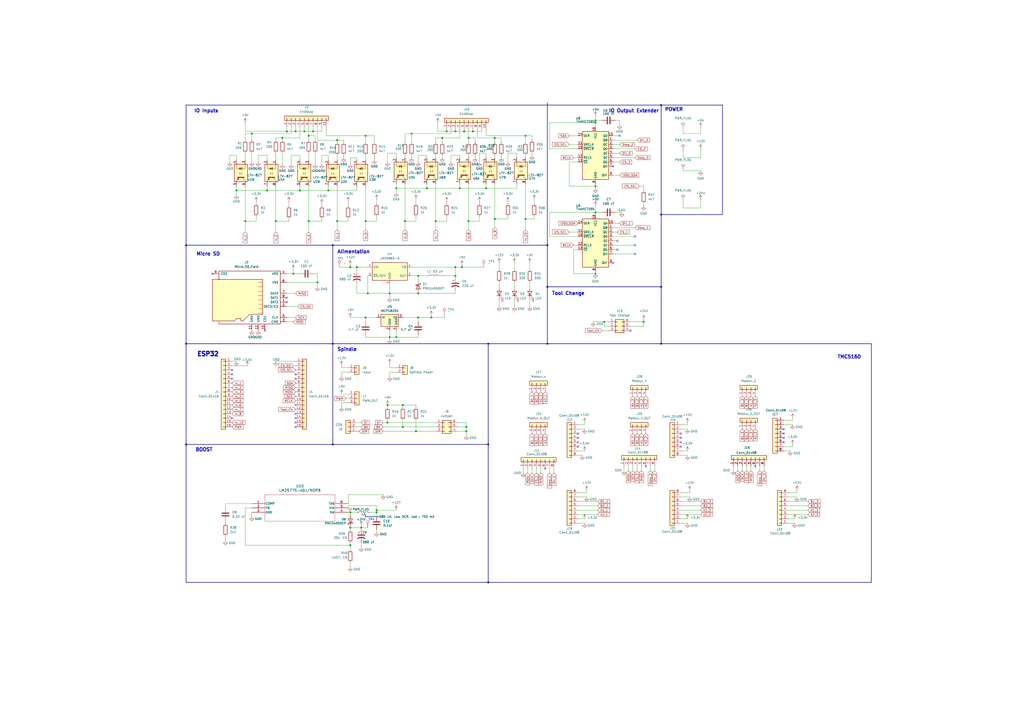
<source format=kicad_sch>
(kicad_sch (version 20231120) (generator "eeschema") (generator_version "8.0")
  (paper "A2")
  (title_block (title "Breakout Board") (date "2025-05-15") (rev "0.0"))
  (lib_symbols
    (symbol "+12V_1" (power) (pin_numbers hide) (pin_names (offset 0) hide)
      (property "Value" "+12V" (at 0 3.556 0))
      (symbol "+12V_1_1_1"
        (pin power_in line (at 0 0 90) (length 0) (name "~") (number "1"))
      )
    )
    (symbol "+12V_2" (power) (pin_numbers hide) (pin_names (offset 0) hide)
      (property "Value" "+12V" (at 0 3.556 0))
      (symbol "+12V_2_1_1"
        (pin power_in line (at 0 0 90) (length 0) (name "~") (number "1"))
      )
    )
    (symbol "+12V_3" (power) (pin_numbers hide) (pin_names (offset 0) hide)
      (property "Value" "+12V" (at 0 3.556 0))
      (symbol "+12V_3_1_1"
        (pin power_in line (at 0 0 90) (length 0) (name "~") (number "1"))
      )
    )
    (symbol "+12V_4" (power) (pin_numbers hide) (pin_names (offset 0) hide)
      (property "Value" "+12V" (at 0 3.556 0))
      (symbol "+12V_4_1_1"
        (pin power_in line (at 0 0 90) (length 0) (name "~") (number "1"))
      )
    )
    (symbol "+3.3V_1" (power) (pin_numbers hide) (pin_names (offset 0) hide)
      (property "Value" "+3.3V" (at 0 3.556 0))
      (symbol "+3.3V_1_1_1"
        (pin power_in line (at 0 0 90) (length 0) (name "~") (number "1"))
      )
    )
    (symbol "+3.3V_10" (power) (pin_numbers hide) (pin_names (offset 0) hide)
      (property "Value" "+3.3V" (at 0 3.556 0))
      (symbol "+3.3V_10_1_1"
        (pin power_in line (at 0 0 90) (length 0) (name "~") (number "1"))
      )
    )
    (symbol "+3.3V_11" (power) (pin_numbers hide) (pin_names (offset 0) hide)
      (property "Value" "+3.3V" (at 0 3.556 0))
      (symbol "+3.3V_11_1_1"
        (pin power_in line (at 0 0 90) (length 0) (name "~") (number "1"))
      )
    )
    (symbol "+3.3V_12" (power) (pin_numbers hide) (pin_names (offset 0) hide)
      (property "Value" "+3.3V" (at 0 3.556 0))
      (symbol "+3.3V_12_1_1"
        (pin power_in line (at 0 0 90) (length 0) (name "~") (number "1"))
      )
    )
    (symbol "+3.3V_2" (power) (pin_numbers hide) (pin_names (offset 0) hide)
      (property "Value" "+3.3V" (at 0 3.556 0))
      (symbol "+3.3V_2_1_1"
        (pin power_in line (at 0 0 90) (length 0) (name "~") (number "1"))
      )
    )
    (symbol "+3.3V_3" (power) (pin_numbers hide) (pin_names (offset 0) hide)
      (property "Value" "+3.3V" (at 0 3.556 0))
      (symbol "+3.3V_3_1_1"
        (pin power_in line (at 0 0 90) (length 0) (name "~") (number "1"))
      )
    )
    (symbol "+3.3V_4" (power) (pin_numbers hide) (pin_names (offset 0) hide)
      (property "Value" "+3.3V" (at 0 3.556 0))
      (symbol "+3.3V_4_1_1"
        (pin power_in line (at 0 0 90) (length 0) (name "~") (number "1"))
      )
    )
    (symbol "+3.3V_5" (power) (pin_numbers hide) (pin_names (offset 0) hide)
      (property "Value" "+3.3V" (at 0 3.556 0))
      (symbol "+3.3V_5_1_1"
        (pin power_in line (at 0 0 90) (length 0) (name "~") (number "1"))
      )
    )
    (symbol "+3.3V_6" (power) (pin_numbers hide) (pin_names (offset 0) hide)
      (property "Value" "+3.3V" (at 0 3.556 0))
      (symbol "+3.3V_6_1_1"
        (pin power_in line (at 0 0 90) (length 0) (name "~") (number "1"))
      )
    )
    (symbol "+3.3V_7" (power) (pin_numbers hide) (pin_names (offset 0) hide)
      (property "Value" "+3.3V" (at 0 3.556 0))
      (symbol "+3.3V_7_1_1"
        (pin power_in line (at 0 0 90) (length 0) (name "~") (number "1"))
      )
    )
    (symbol "+3.3V_8" (power) (pin_numbers hide) (pin_names (offset 0) hide)
      (property "Value" "+3.3V" (at 0 3.556 0))
      (symbol "+3.3V_8_1_1"
        (pin power_in line (at 0 0 90) (length 0) (name "~") (number "1"))
      )
    )
    (symbol "+3.3V_9" (power) (pin_numbers hide) (pin_names (offset 0) hide)
      (property "Value" "+3.3V" (at 0 3.556 0))
      (symbol "+3.3V_9_1_1"
        (pin power_in line (at 0 0 90) (length 0) (name "~") (number "1"))
      )
    )
    (symbol "+5V_1" (power) (pin_numbers hide) (pin_names (offset 0) hide)
      (property "Value" "+5V" (at 0 3.556 0))
      (symbol "+5V_1_1_1"
        (pin power_in line (at 0 0 90) (length 0) (name "~") (number "1"))
      )
    )
    (symbol "+5V_2" (power) (pin_numbers hide) (pin_names (offset 0) hide)
      (property "Value" "+5V" (at 0 3.556 0))
      (symbol "+5V_2_1_1"
        (pin power_in line (at 0 0 90) (length 0) (name "~") (number "1"))
      )
    )
    (symbol "+5V_3" (power) (pin_numbers hide) (pin_names (offset 0) hide)
      (property "Value" "+5V" (at 0 3.556 0))
      (symbol "+5V_3_1_1"
        (pin power_in line (at 0 0 90) (length 0) (name "~") (number "1"))
      )
    )
    (symbol "+5V_4" (power) (pin_numbers hide) (pin_names (offset 0) hide)
      (property "Value" "+5V" (at 0 3.556 0))
      (symbol "+5V_4_1_1"
        (pin power_in line (at 0 0 90) (length 0) (name "~") (number "1"))
      )
    )
    (symbol "+5V_5" (power) (pin_numbers hide) (pin_names (offset 0) hide)
      (property "Value" "+5V" (at 0 3.556 0))
      (symbol "+5V_5_1_1"
        (pin power_in line (at 0 0 90) (length 0) (name "~") (number "1"))
      )
    )
    (symbol "+5V_6" (power) (pin_numbers hide) (pin_names (offset 0) hide)
      (property "Value" "+5V" (at 0 3.556 0))
      (symbol "+5V_6_1_1"
        (pin power_in line (at 0 0 90) (length 0) (name "~") (number "1"))
      )
    )
    (symbol "+5V_7" (power) (pin_numbers hide) (pin_names (offset 0) hide)
      (property "Value" "+5V" (at 0 3.556 0))
      (symbol "+5V_7_1_1"
        (pin power_in line (at 0 0 90) (length 0) (name "~") (number "1"))
      )
    )
    (symbol "+5V_8" (power) (pin_numbers hide) (pin_names (offset 0) hide)
      (property "Value" "+5V" (at 0 3.556 0))
      (symbol "+5V_8_1_1"
        (pin power_in line (at 0 0 90) (length 0) (name "~") (number "1"))
      )
    )
    (symbol "+5V_9" (power) (pin_numbers hide) (pin_names (offset 0) hide)
      (property "Value" "+5V" (at 0 3.556 0))
      (symbol "+5V_9_1_1"
        (pin power_in line (at 0 0 90) (length 0) (name "~") (number "1"))
      )
    )
    (symbol "74xx:74AHCT595"
      (property "Reference" "U" (at -7.62 13.97 0))
      (property "Value" "74AHCT595" (at -7.62 -16.51 0))
      (symbol "74AHCT595_1_0"
        (pin tri_state line (at 10.16 7.62 180) (length 2.54) (name "QB") (number "1"))
        (pin input line (at -10.16 2.54 0) (length 2.54) (name "~{SRCLR}") (number "10"))
        (pin input line (at -10.16 5.08 0) (length 2.54) (name "SRCLK") (number "11"))
        (pin input line (at -10.16 -2.54 0) (length 2.54) (name "RCLK") (number "12"))
        (pin input line (at -10.16 -5.08 0) (length 2.54) (name "~{OE}") (number "13"))
        (pin input line (at -10.16 10.16 0) (length 2.54) (name "SER") (number "14"))
        (pin tri_state line (at 10.16 10.16 180) (length 2.54) (name "QA") (number "15"))
        (pin power_in line (at 0 15.24 270) (length 2.54) (name "VCC") (number "16"))
        (pin tri_state line (at 10.16 5.08 180) (length 2.54) (name "QC") (number "2"))
        (pin tri_state line (at 10.16 2.54 180) (length 2.54) (name "QD") (number "3"))
        (pin tri_state line (at 10.16 0 180) (length 2.54) (name "QE") (number "4"))
        (pin tri_state line (at 10.16 -2.54 180) (length 2.54) (name "QF") (number "5"))
        (pin tri_state line (at 10.16 -5.08 180) (length 2.54) (name "QG") (number "6"))
        (pin tri_state line (at 10.16 -7.62 180) (length 2.54) (name "QH") (number "7"))
        (pin power_in line (at 0 -17.78 90) (length 2.54) (name "GND") (number "8"))
        (pin output line (at 10.16 -12.7 180) (length 2.54) (name "QH'") (number "9"))
      )
    )
    (symbol "Connector:TestPoint" (pin_numbers hide) (pin_names (offset 0.762) hide)
      (property "Reference" "TP" (at 0 6.858 0))
      (property "Value" "TestPoint" (at 0 5.08 0))
      (symbol "TestPoint_1_1"
        (pin passive line (at 0 0 90) (length 2.54) (name "1") (number "1"))
      )
    )
    (symbol "Connector_Generic:Conn_01x02" (pin_names (offset 1.016) hide)
      (property "Reference" "J" (at 0 2.54 0))
      (property "Value" "Conn_01x02" (at 0 -5.08 0))
      (symbol "Conn_01x02_1_1"
        (pin passive line (at -5.08 0 0) (length 3.81) (name "Pin_1") (number "1"))
        (pin passive line (at -5.08 -2.54 0) (length 3.81) (name "Pin_2") (number "2"))
      )
    )
    (symbol "Connector_Generic:Conn_01x03" (pin_names (offset 1.016) hide)
      (property "Reference" "J" (at 0 5.08 0))
      (property "Value" "Conn_01x03" (at 0 -5.08 0))
      (symbol "Conn_01x03_1_1"
        (pin passive line (at -5.08 2.54 0) (length 3.81) (name "Pin_1") (number "1"))
        (pin passive line (at -5.08 0 0) (length 3.81) (name "Pin_2") (number "2"))
        (pin passive line (at -5.08 -2.54 0) (length 3.81) (name "Pin_3") (number "3"))
      )
    )
    (symbol "Connector_Generic:Conn_01x04" (pin_names (offset 1.016) hide)
      (property "Reference" "J" (at 0 5.08 0))
      (property "Value" "Conn_01x04" (at 0 -7.62 0))
      (symbol "Conn_01x04_1_1"
        (pin passive line (at -5.08 2.54 0) (length 3.81) (name "Pin_1") (number "1"))
        (pin passive line (at -5.08 0 0) (length 3.81) (name "Pin_2") (number "2"))
        (pin passive line (at -5.08 -2.54 0) (length 3.81) (name "Pin_3") (number "3"))
        (pin passive line (at -5.08 -5.08 0) (length 3.81) (name "Pin_4") (number "4"))
      )
    )
    (symbol "Connector_Generic:Conn_01x08" (pin_names (offset 1.016) hide)
      (property "Reference" "J" (at 0 10.16 0))
      (property "Value" "Conn_01x08" (at 0 -12.7 0))
      (symbol "Conn_01x08_1_1"
        (pin passive line (at -5.08 7.62 0) (length 3.81) (name "Pin_1") (number "1"))
        (pin passive line (at -5.08 5.08 0) (length 3.81) (name "Pin_2") (number "2"))
        (pin passive line (at -5.08 2.54 0) (length 3.81) (name "Pin_3") (number "3"))
        (pin passive line (at -5.08 0 0) (length 3.81) (name "Pin_4") (number "4"))
        (pin passive line (at -5.08 -2.54 0) (length 3.81) (name "Pin_5") (number "5"))
        (pin passive line (at -5.08 -5.08 0) (length 3.81) (name "Pin_6") (number "6"))
        (pin passive line (at -5.08 -7.62 0) (length 3.81) (name "Pin_7") (number "7"))
        (pin passive line (at -5.08 -10.16 0) (length 3.81) (name "Pin_8") (number "8"))
      )
    )
    (symbol "Connector_Generic:Conn_01x10" (pin_names (offset 1.016) hide)
      (property "Reference" "J" (at 0 12.7 0))
      (property "Value" "Conn_01x10" (at 0 -15.24 0))
      (symbol "Conn_01x10_1_1"
        (pin passive line (at -5.08 10.16 0) (length 3.81) (name "Pin_1") (number "1"))
        (pin passive line (at -5.08 -12.7 0) (length 3.81) (name "Pin_10") (number "10"))
        (pin passive line (at -5.08 7.62 0) (length 3.81) (name "Pin_2") (number "2"))
        (pin passive line (at -5.08 5.08 0) (length 3.81) (name "Pin_3") (number "3"))
        (pin passive line (at -5.08 2.54 0) (length 3.81) (name "Pin_4") (number "4"))
        (pin passive line (at -5.08 0 0) (length 3.81) (name "Pin_5") (number "5"))
        (pin passive line (at -5.08 -2.54 0) (length 3.81) (name "Pin_6") (number "6"))
        (pin passive line (at -5.08 -5.08 0) (length 3.81) (name "Pin_7") (number "7"))
        (pin passive line (at -5.08 -7.62 0) (length 3.81) (name "Pin_8") (number "8"))
        (pin passive line (at -5.08 -10.16 0) (length 3.81) (name "Pin_9") (number "9"))
      )
    )
    (symbol "Connector_Generic:Conn_01x16" (pin_names (offset 1.016) hide)
      (property "Reference" "J" (at 0 20.32 0))
      (property "Value" "Conn_01x16" (at 0 -22.86 0))
      (symbol "Conn_01x16_1_1"
        (pin passive line (at -5.08 17.78 0) (length 3.81) (name "Pin_1") (number "1"))
        (pin passive line (at -5.08 -5.08 0) (length 3.81) (name "Pin_10") (number "10"))
        (pin passive line (at -5.08 -7.62 0) (length 3.81) (name "Pin_11") (number "11"))
        (pin passive line (at -5.08 -10.16 0) (length 3.81) (name "Pin_12") (number "12"))
        (pin passive line (at -5.08 -12.7 0) (length 3.81) (name "Pin_13") (number "13"))
        (pin passive line (at -5.08 -15.24 0) (length 3.81) (name "Pin_14") (number "14"))
        (pin passive line (at -5.08 -17.78 0) (length 3.81) (name "Pin_15") (number "15"))
        (pin passive line (at -5.08 -20.32 0) (length 3.81) (name "Pin_16") (number "16"))
        (pin passive line (at -5.08 15.24 0) (length 3.81) (name "Pin_2") (number "2"))
        (pin passive line (at -5.08 12.7 0) (length 3.81) (name "Pin_3") (number "3"))
        (pin passive line (at -5.08 10.16 0) (length 3.81) (name "Pin_4") (number "4"))
        (pin passive line (at -5.08 7.62 0) (length 3.81) (name "Pin_5") (number "5"))
        (pin passive line (at -5.08 5.08 0) (length 3.81) (name "Pin_6") (number "6"))
        (pin passive line (at -5.08 2.54 0) (length 3.81) (name "Pin_7") (number "7"))
        (pin passive line (at -5.08 0 0) (length 3.81) (name "Pin_8") (number "8"))
        (pin passive line (at -5.08 -2.54 0) (length 3.81) (name "Pin_9") (number "9"))
      )
    )
    (symbol "Connector_Generic:Conn_02x03_Counter_Clockwise" (pin_names (offset 1.016) hide)
      (property "Reference" "J" (at 1.27 5.08 0))
      (property "Value" "Conn_02x03_Counter_Clockwise" (at 1.27 -5.08 0))
      (symbol "Conn_02x03_Counter_Clockwise_1_1"
        (pin passive line (at -5.08 2.54 0) (length 3.81) (name "Pin_1") (number "1"))
        (pin passive line (at -5.08 0 0) (length 3.81) (name "Pin_2") (number "2"))
        (pin passive line (at -5.08 -2.54 0) (length 3.81) (name "Pin_3") (number "3"))
        (pin passive line (at 7.62 -2.54 180) (length 3.81) (name "Pin_4") (number "4"))
        (pin passive line (at 7.62 0 180) (length 3.81) (name "Pin_5") (number "5"))
        (pin passive line (at 7.62 2.54 180) (length 3.81) (name "Pin_6") (number "6"))
      )
    )
    (symbol "Device:C" (pin_numbers hide) (pin_names (offset 0.254))
      (property "Reference" "C" (at 0.635 2.54 0))
      (property "Value" "C" (at 0.635 -2.54 0))
      (symbol "C_1_1"
        (pin passive line (at 0 3.81 270) (length 2.794) (name "~") (number "1"))
        (pin passive line (at 0 -3.81 90) (length 2.794) (name "~") (number "2"))
      )
    )
    (symbol "Device:C_Polarized_US" (pin_numbers hide) (pin_names (offset 0.254) hide)
      (property "Reference" "C" (at 0.635 2.54 0))
      (property "Value" "C_Polarized_US" (at 0.635 -2.54 0))
      (symbol "C_Polarized_US_1_1"
        (pin passive line (at 0 3.81 270) (length 2.794) (name "~") (number "1"))
        (pin passive line (at 0 -3.81 90) (length 3.302) (name "~") (number "2"))
      )
    )
    (symbol "Device:L" (pin_numbers hide) (pin_names (offset 1.016) hide)
      (property "Reference" "L" (at -1.27 0 90))
      (property "Value" "L" (at 1.905 0 90))
      (symbol "L_1_1"
        (pin passive line (at 0 3.81 270) (length 1.27) (name "1") (number "1"))
        (pin passive line (at 0 -3.81 90) (length 1.27) (name "2") (number "2"))
      )
    )
    (symbol "Device:LED" (pin_numbers hide) (pin_names (offset 1.016) hide)
      (property "Reference" "D" (at 0 2.54 0))
      (property "Value" "LED" (at 0 -2.54 0))
      (symbol "LED_1_1"
        (pin passive line (at -3.81 0 0) (length 2.54) (name "K") (number "1"))
        (pin passive line (at 3.81 0 180) (length 2.54) (name "A") (number "2"))
      )
    )
    (symbol "Device:R" (pin_numbers hide) (pin_names (offset 0))
      (property "Reference" "R" (at 2.032 0 90))
      (property "Value" "R" (at 0 0 90))
      (symbol "R_1_1"
        (pin passive line (at 0 3.81 270) (length 1.27) (name "~") (number "1"))
        (pin passive line (at 0 -3.81 90) (length 1.27) (name "~") (number "2"))
      )
    )
    (symbol "Diode:1N5820" (pin_numbers hide) (pin_names (offset 1.016) hide)
      (property "Reference" "D" (at 0 2.54 0))
      (property "Value" "1N5820" (at 0 -2.54 0))
      (symbol "1N5820_1_1"
        (pin passive line (at -3.81 0 0) (length 2.54) (name "K") (number "1"))
        (pin passive line (at 3.81 0 180) (length 2.54) (name "A") (number "2"))
      )
    )
    (symbol "GND_1" (power) (pin_numbers hide) (pin_names (offset 0) hide)
      (property "Value" "GND" (at 0 -3.81 0))
      (symbol "GND_1_1_1"
        (pin power_in line (at 0 0 270) (length 0) (name "~") (number "1"))
      )
    )
    (symbol "GND_10" (power) (pin_numbers hide) (pin_names (offset 0) hide)
      (property "Value" "GND" (at 0 -3.81 0))
      (symbol "GND_10_1_1"
        (pin power_in line (at 0 0 270) (length 0) (name "~") (number "1"))
      )
    )
    (symbol "GND_11" (power) (pin_numbers hide) (pin_names (offset 0) hide)
      (property "Value" "GND" (at 0 -3.81 0))
      (symbol "GND_11_1_1"
        (pin power_in line (at 0 0 270) (length 0) (name "~") (number "1"))
      )
    )
    (symbol "GND_12" (power) (pin_numbers hide) (pin_names (offset 0) hide)
      (property "Value" "GND" (at 0 -3.81 0))
      (symbol "GND_12_1_1"
        (pin power_in line (at 0 0 270) (length 0) (name "~") (number "1"))
      )
    )
    (symbol "GND_13" (power) (pin_numbers hide) (pin_names (offset 0) hide)
      (property "Value" "GND" (at 0 -3.81 0))
      (symbol "GND_13_1_1"
        (pin power_in line (at 0 0 270) (length 0) (name "~") (number "1"))
      )
    )
    (symbol "GND_14" (power) (pin_numbers hide) (pin_names (offset 0) hide)
      (property "Value" "GND" (at 0 -3.81 0))
      (symbol "GND_14_1_1"
        (pin power_in line (at 0 0 270) (length 0) (name "~") (number "1"))
      )
    )
    (symbol "GND_15" (power) (pin_numbers hide) (pin_names (offset 0) hide)
      (property "Value" "GND" (at 0 -3.81 0))
      (symbol "GND_15_1_1"
        (pin power_in line (at 0 0 270) (length 0) (name "~") (number "1"))
      )
    )
    (symbol "GND_16" (power) (pin_numbers hide) (pin_names (offset 0) hide)
      (property "Value" "GND" (at 0 -3.81 0))
      (symbol "GND_16_1_1"
        (pin power_in line (at 0 0 270) (length 0) (name "~") (number "1"))
      )
    )
    (symbol "GND_17" (power) (pin_numbers hide) (pin_names (offset 0) hide)
      (property "Value" "GND" (at 0 -3.81 0))
      (symbol "GND_17_1_1"
        (pin power_in line (at 0 0 270) (length 0) (name "~") (number "1"))
      )
    )
    (symbol "GND_18" (power) (pin_numbers hide) (pin_names (offset 0) hide)
      (property "Value" "GND" (at 0 -3.81 0))
      (symbol "GND_18_1_1"
        (pin power_in line (at 0 0 270) (length 0) (name "~") (number "1"))
      )
    )
    (symbol "GND_19" (power) (pin_numbers hide) (pin_names (offset 0) hide)
      (property "Value" "GND" (at 0 -3.81 0))
      (symbol "GND_19_1_1"
        (pin power_in line (at 0 0 270) (length 0) (name "~") (number "1"))
      )
    )
    (symbol "GND_2" (power) (pin_numbers hide) (pin_names (offset 0) hide)
      (property "Value" "GND" (at 0 -3.81 0))
      (symbol "GND_2_1_1"
        (pin power_in line (at 0 0 270) (length 0) (name "~") (number "1"))
      )
    )
    (symbol "GND_20" (power) (pin_numbers hide) (pin_names (offset 0) hide)
      (property "Value" "GND" (at 0 -3.81 0))
      (symbol "GND_20_1_1"
        (pin power_in line (at 0 0 270) (length 0) (name "~") (number "1"))
      )
    )
    (symbol "GND_21" (power) (pin_numbers hide) (pin_names (offset 0) hide)
      (property "Value" "GND" (at 0 -3.81 0))
      (symbol "GND_21_1_1"
        (pin power_in line (at 0 0 270) (length 0) (name "~") (number "1"))
      )
    )
    (symbol "GND_22" (power) (pin_numbers hide) (pin_names (offset 0) hide)
      (property "Value" "GND" (at 0 -3.81 0))
      (symbol "GND_22_1_1"
        (pin power_in line (at 0 0 270) (length 0) (name "~") (number "1"))
      )
    )
    (symbol "GND_23" (power) (pin_numbers hide) (pin_names (offset 0) hide)
      (property "Value" "GND" (at 0 -3.81 0))
      (symbol "GND_23_1_1"
        (pin power_in line (at 0 0 270) (length 0) (name "~") (number "1"))
      )
    )
    (symbol "GND_24" (power) (pin_numbers hide) (pin_names (offset 0) hide)
      (property "Value" "GND" (at 0 -3.81 0))
      (symbol "GND_24_1_1"
        (pin power_in line (at 0 0 270) (length 0) (name "~") (number "1"))
      )
    )
    (symbol "GND_25" (power) (pin_numbers hide) (pin_names (offset 0) hide)
      (property "Value" "GND" (at 0 -3.81 0))
      (symbol "GND_25_1_1"
        (pin power_in line (at 0 0 270) (length 0) (name "~") (number "1"))
      )
    )
    (symbol "GND_26" (power) (pin_numbers hide) (pin_names (offset 0) hide)
      (property "Value" "GND" (at 0 -3.81 0))
      (symbol "GND_26_1_1"
        (pin power_in line (at 0 0 270) (length 0) (name "~") (number "1"))
      )
    )
    (symbol "GND_27" (power) (pin_numbers hide) (pin_names (offset 0) hide)
      (property "Value" "GND" (at 0 -3.81 0))
      (symbol "GND_27_1_1"
        (pin power_in line (at 0 0 270) (length 0) (name "~") (number "1"))
      )
    )
    (symbol "GND_28" (power) (pin_numbers hide) (pin_names (offset 0) hide)
      (property "Value" "GND" (at 0 -3.81 0))
      (symbol "GND_28_1_1"
        (pin power_in line (at 0 0 270) (length 0) (name "~") (number "1"))
      )
    )
    (symbol "GND_29" (power) (pin_numbers hide) (pin_names (offset 0) hide)
      (property "Value" "GND" (at 0 -3.81 0))
      (symbol "GND_29_1_1"
        (pin power_in line (at 0 0 270) (length 0) (name "~") (number "1"))
      )
    )
    (symbol "GND_3" (power) (pin_numbers hide) (pin_names (offset 0) hide)
      (property "Value" "GND" (at 0 -3.81 0))
      (symbol "GND_3_1_1"
        (pin power_in line (at 0 0 270) (length 0) (name "~") (number "1"))
      )
    )
    (symbol "GND_30" (power) (pin_numbers hide) (pin_names (offset 0) hide)
      (property "Value" "GND" (at 0 -3.81 0))
      (symbol "GND_30_1_1"
        (pin power_in line (at 0 0 270) (length 0) (name "~") (number "1"))
      )
    )
    (symbol "GND_31" (power) (pin_numbers hide) (pin_names (offset 0) hide)
      (property "Value" "GND" (at 0 -3.81 0))
      (symbol "GND_31_1_1"
        (pin power_in line (at 0 0 270) (length 0) (name "~") (number "1"))
      )
    )
    (symbol "GND_32" (power) (pin_numbers hide) (pin_names (offset 0) hide)
      (property "Value" "GND" (at 0 -3.81 0))
      (symbol "GND_32_1_1"
        (pin power_in line (at 0 0 270) (length 0) (name "~") (number "1"))
      )
    )
    (symbol "GND_33" (power) (pin_numbers hide) (pin_names (offset 0) hide)
      (property "Value" "GND" (at 0 -3.81 0))
      (symbol "GND_33_1_1"
        (pin power_in line (at 0 0 270) (length 0) (name "~") (number "1"))
      )
    )
    (symbol "GND_34" (power) (pin_numbers hide) (pin_names (offset 0) hide)
      (property "Value" "GND" (at 0 -3.81 0))
      (symbol "GND_34_1_1"
        (pin power_in line (at 0 0 270) (length 0) (name "~") (number "1"))
      )
    )
    (symbol "GND_35" (power) (pin_numbers hide) (pin_names (offset 0) hide)
      (property "Value" "GND" (at 0 -3.81 0))
      (symbol "GND_35_1_1"
        (pin power_in line (at 0 0 270) (length 0) (name "~") (number "1"))
      )
    )
    (symbol "GND_36" (power) (pin_numbers hide) (pin_names (offset 0) hide)
      (property "Value" "GND" (at 0 -3.81 0))
      (symbol "GND_36_1_1"
        (pin power_in line (at 0 0 270) (length 0) (name "~") (number "1"))
      )
    )
    (symbol "GND_37" (power) (pin_numbers hide) (pin_names (offset 0) hide)
      (property "Value" "GND" (at 0 -3.81 0))
      (symbol "GND_37_1_1"
        (pin power_in line (at 0 0 270) (length 0) (name "~") (number "1"))
      )
    )
    (symbol "GND_39" (power) (pin_numbers hide) (pin_names (offset 0) hide)
      (property "Value" "GND" (at 0 -3.81 0))
      (symbol "GND_39_1_1"
        (pin power_in line (at 0 0 270) (length 0) (name "~") (number "1"))
      )
    )
    (symbol "GND_4" (power) (pin_numbers hide) (pin_names (offset 0) hide)
      (property "Value" "GND" (at 0 -3.81 0))
      (symbol "GND_4_1_1"
        (pin power_in line (at 0 0 270) (length 0) (name "~") (number "1"))
      )
    )
    (symbol "GND_40" (power) (pin_numbers hide) (pin_names (offset 0) hide)
      (property "Value" "GND" (at 0 -3.81 0))
      (symbol "GND_40_1_1"
        (pin power_in line (at 0 0 270) (length 0) (name "~") (number "1"))
      )
    )
    (symbol "GND_5" (power) (pin_numbers hide) (pin_names (offset 0) hide)
      (property "Value" "GND" (at 0 -3.81 0))
      (symbol "GND_5_1_1"
        (pin power_in line (at 0 0 270) (length 0) (name "~") (number "1"))
      )
    )
    (symbol "GND_6" (power) (pin_numbers hide) (pin_names (offset 0) hide)
      (property "Value" "GND" (at 0 -3.81 0))
      (symbol "GND_6_1_1"
        (pin power_in line (at 0 0 270) (length 0) (name "~") (number "1"))
      )
    )
    (symbol "GND_7" (power) (pin_numbers hide) (pin_names (offset 0) hide)
      (property "Value" "GND" (at 0 -3.81 0))
      (symbol "GND_7_1_1"
        (pin power_in line (at 0 0 270) (length 0) (name "~") (number "1"))
      )
    )
    (symbol "GND_8" (power) (pin_numbers hide) (pin_names (offset 0) hide)
      (property "Value" "GND" (at 0 -3.81 0))
      (symbol "GND_8_1_1"
        (pin power_in line (at 0 0 270) (length 0) (name "~") (number "1"))
      )
    )
    (symbol "GND_9" (power) (pin_numbers hide) (pin_names (offset 0) hide)
      (property "Value" "GND" (at 0 -3.81 0))
      (symbol "GND_9_1_1"
        (pin power_in line (at 0 0 270) (length 0) (name "~") (number "1"))
      )
    )
    (symbol "Isolator:LTV-827" (pin_names (offset 1.016))
      (property "Reference" "U" (at -5.08 5.08 0))
      (property "Value" "LTV-827" (at 0 5.08 0))
      (symbol "LTV-827_1_1"
        (pin passive line (at -7.62 2.54 0) (length 2.54) (name "~") (number "1"))
        (pin passive line (at -7.62 -2.54 0) (length 2.54) (name "~") (number "2"))
        (pin passive line (at 7.62 -2.54 180) (length 2.54) (name "~") (number "7"))
        (pin passive line (at 7.62 2.54 180) (length 2.54) (name "~") (number "8"))
      )
      (symbol "LTV-827_2_1"
        (pin passive line (at -7.62 2.54 0) (length 2.54) (name "~") (number "3"))
        (pin passive line (at -7.62 -2.54 0) (length 2.54) (name "~") (number "4"))
        (pin passive line (at 7.62 -2.54 180) (length 2.54) (name "~") (number "5"))
        (pin passive line (at 7.62 2.54 180) (length 2.54) (name "~") (number "6"))
      )
    )
    (symbol "LM2577:LM2577S-ADJ_NOPB" (pin_names (offset 0.254))
      (property "Reference" "U" (at 27.94 10.16 0))
      (property "Value" "LM2577S-ADJ/NOPB" (at 27.94 7.62 0))
      (symbol "LM2577S-ADJ_NOPB_0_1"
        (pin passive line (at 0 0 0) (length 7.62) (name "COMP") (number "1"))
        (pin input line (at 0 -2.54 0) (length 7.62) (name "FB") (number "2"))
        (pin power_in line (at 0 -5.08 0) (length 7.62) (name "GND") (number "3"))
        (pin power_in line (at 55.88 -5.08 180) (length 7.62) (name "SW") (number "4"))
        (pin power_in line (at 55.88 -2.54 180) (length 7.62) (name "VIN") (number "5"))
        (pin power_in line (at 55.88 0 180) (length 7.62) (name "TAB") (number "6"))
      )
    )
    (symbol "Library:MCP1825S"
      (property "Reference" "U" (at -3.81 3.175 0))
      (property "Value" "MCP1825S" (at 0 3.175 0))
      (symbol "MCP1825S_1_1"
        (pin power_in line (at -7.62 0 0) (length 2.54) (name "VI") (number "1"))
        (pin power_in line (at 0 -7.62 90) (length 2.54) (name "GND") (number "2"))
        (pin power_out line (at 7.62 0 180) (length 2.54) (name "VO") (number "3"))
        (pin power_in line (at 3.81 -7.62 90) (length 2.54) (name "GND") (number "4"))
      )
    )
    (symbol "Library:Micro_SD_Card" (pin_names (offset 1.016))
      (property "Reference" "J1" (at 0.762 8.89 0))
      (property "Value" "Micro_SD_Card" (at 0.762 6.35 0))
      (symbol "Micro_SD_Card_1_1"
        (pin bidirectional line (at 24.13 -13.97 180) (length 3.81) (name "DAT2") (number "1"))
        (pin power_in line (at 11.43 -30.48 90) (length 3.81) (name "CD1") (number "10"))
        (pin power_in line (at 3.81 -30.48 90) (length 3.81) (name "GND") (number "11"))
        (pin power_in line (at 7.62 -30.48 90) (length 3.81) (name "GND") (number "12"))
        (pin bidirectional line (at 24.13 -16.51 180) (length 3.81) (name "DAT3/CD") (number "2"))
        (pin input line (at 24.13 -25.4 180) (length 3.81) (name "CMD") (number "3"))
        (pin power_in line (at 24.13 2.54 180) (length 3.81) (name "VDD") (number "4"))
        (pin input line (at 24.13 -22.86 180) (length 3.81) (name "CLK") (number "5"))
        (pin power_in line (at 24.13 -2.54 180) (length 3.81) (name "VSS") (number "6"))
        (pin bidirectional line (at 24.13 -8.89 180) (length 3.81) (name "DAT0") (number "7"))
        (pin bidirectional line (at 24.13 -11.43 180) (length 3.81) (name "DAT1") (number "8"))
        (pin passive line (at -19.05 2.54 0) (length 3.81) (name "CD2") (number "9"))
      )
    )
    (symbol "PWR_FLAG_1" (power) (pin_numbers hide) (pin_names (offset 0) hide)
      (property "Value" "PWR_FLAG" (at 0 3.81 0))
      (symbol "PWR_FLAG_1_0_0"
        (pin power_out line (at 0 0 90) (length 0) (name "~") (number "1"))
      )
    )
    (symbol "Regulator_Switching:LM2596S-5"
      (property "Reference" "U" (at -10.16 6.35 0))
      (property "Value" "LM2596S-5" (at 0 6.35 0))
      (symbol "LM2596S-5_1_1"
        (pin power_in line (at -12.7 2.54 0) (length 2.54) (name "VIN") (number "1"))
        (pin output line (at 12.7 -2.54 180) (length 2.54) (name "OUT") (number "2"))
        (pin power_in line (at 0 -7.62 90) (length 2.54) (name "GND") (number "3"))
        (pin input line (at 12.7 2.54 180) (length 2.54) (name "FB") (number "4"))
        (pin input line (at -12.7 -2.54 0) (length 2.54) (name "~{ON}/OFF") (number "5"))
      )
    )
    (symbol "power:+12V" (power) (pin_numbers hide) (pin_names (offset 0) hide)
      (property "Value" "+12V" (at 0 3.556 0))
      (symbol "+12V_1_1"
        (pin power_in line (at 0 0 90) (length 0) (name "~") (number "1"))
      )
    )
    (symbol "power:+24V" (power) (pin_numbers hide) (pin_names (offset 0) hide)
      (property "Value" "+24V" (at 0 3.556 0))
      (symbol "+24V_1_1"
        (pin power_in line (at 0 0 90) (length 0) (name "~") (number "1"))
      )
    )
    (symbol "power:+3.3V" (power) (pin_numbers hide) (pin_names (offset 0) hide)
      (property "Value" "+3.3V" (at 0 3.556 0))
      (symbol "+3.3V_1_1"
        (pin power_in line (at 0 0 90) (length 0) (name "~") (number "1"))
      )
    )
    (symbol "power:+5V" (power) (pin_numbers hide) (pin_names (offset 0) hide)
      (property "Value" "+5V" (at 0 3.556 0))
      (symbol "+5V_1_1"
        (pin power_in line (at 0 0 90) (length 0) (name "~") (number "1"))
      )
    )
    (symbol "power:GND" (power) (pin_numbers hide) (pin_names (offset 0) hide)
      (property "Value" "GND" (at 0 -3.81 0))
      (symbol "GND_1_1"
        (pin power_in line (at 0 0 270) (length 0) (name "~") (number "1"))
      )
    )
    (symbol "power:PWR_FLAG" (power) (pin_numbers hide) (pin_names (offset 0) hide)
      (property "Value" "PWR_FLAG" (at 0 3.81 0))
      (symbol "PWR_FLAG_0_0"
        (pin power_out line (at 0 0 90) (length 0) (name "~") (number "1"))
      )
    )
    (symbol "power:VCC" (power) (pin_numbers hide) (pin_names (offset 0) hide)
      (property "Value" "VCC" (at 0 3.556 0))
      (symbol "VCC_1_1"
        (pin power_in line (at 0 0 90) (length 0) (name "~") (number "1"))
      )
    )
  )
  (junction (at 137.16 110.49))
  (junction (at 224.79 245.11))
  (junction (at 218.44 295.91))
  (junction (at 383.54 199.39))
  (junction (at 241.3 250.19))
  (junction (at 287.02 127))
  (junction (at 252.73 128.27))
  (junction (at 203.2 154.94))
  (junction (at 264.16 76.2))
  (junction (at 242.57 160.02))
  (junction (at 170.18 158.75))
  (junction (at 345.44 69.85))
  (junction (at 193.04 199.39))
  (junction (at 234.95 128.27))
  (junction (at 226.06 170.18))
  (junction (at 283.21 257.81))
  (junction (at 229.87 195.58))
  (junction (at 184.15 163.83))
  (junction (at 224.79 234.95))
  (junction (at 287.02 80.01))
  (junction (at 345.44 107.95))
  (junction (at 213.36 170.18))
  (junction (at 274.32 76.2))
  (junction (at 345.44 71.12))
  (junction (at 259.08 76.2))
  (junction (at 226.06 195.58))
  (junction (at 107.95 199.39))
  (junction (at 345.44 158.75))
  (junction (at 171.45 76.2))
  (junction (at 146.05 77.47))
  (junction (at 154.94 110.49))
  (junction (at 317.5 199.39))
  (junction (at 142.24 128.27))
  (junction (at 373.38 186.69))
  (junction (at 209.55 306.07))
  (junction (at 203.2 316.23))
  (junction (at 179.07 78.74))
  (junction (at 383.54 124.46))
  (junction (at 173.99 110.49))
  (junction (at 281.94 109.22))
  (junction (at 247.65 109.22))
  (junction (at 181.61 76.2))
  (junction (at 271.78 128.27))
  (junction (at 270.51 247.65))
  (junction (at 176.53 76.2))
  (junction (at 218.44 297.18))
  (junction (at 383.54 166.37))
  (junction (at 229.87 109.22))
  (junction (at 238.76 77.47))
  (junction (at 250.19 184.15))
  (junction (at 193.04 257.81))
  (junction (at 166.37 76.2))
  (junction (at 107.95 142.24))
  (junction (at 264.16 160.02))
  (junction (at 212.09 128.27))
  (junction (at 264.16 154.94))
  (junction (at 160.02 128.27))
  (junction (at 203.2 306.07))
  (junction (at 383.54 60.96))
  (junction (at 350.52 186.69))
  (junction (at 195.58 128.27))
  (junction (at 242.57 170.18))
  (junction (at 190.5 110.49))
  (junction (at 283.21 337.82))
  (junction (at 267.97 154.94))
  (junction (at 317.5 166.37))
  (junction (at 345.44 123.19))
  (junction (at 270.51 250.19))
  (junction (at 179.07 128.27))
  (junction (at 107.95 257.81))
  (junction (at 283.21 199.39))
  (junction (at 163.83 80.01))
  (junction (at 193.04 142.24))
  (junction (at 256.54 80.01))
  (junction (at 233.68 247.65))
  (junction (at 266.7 109.22))
  (junction (at 212.09 78.74))
  (junction (at 195.58 81.28))
  (junction (at 317.5 142.24))
  (junction (at 269.24 76.2))
  (junction (at 212.09 184.15))
  (junction (at 304.8 127))
  (junction (at 242.57 184.15))
  (junction (at 304.8 78.74))
  (junction (at 203.2 297.18))
  (junction (at 233.68 234.95))
  (junction (at 207.01 154.94))
  (junction (at 271.78 80.01))
  (no_connect (at 394.97 256.54))
  (no_connect (at 134.62 217.17))
  (no_connect (at 153.67 191.77))
  (no_connect (at 123.19 158.75))
  (no_connect (at 171.45 240.03))
  (no_connect (at 171.45 242.57))
  (no_connect (at 335.28 251.46))
  (no_connect (at 335.28 259.08))
  (no_connect (at 358.14 144.78))
  (no_connect (at 454.66 256.54))
  (no_connect (at 374.65 270.51))
  (no_connect (at 359.41 78.74))
  (no_connect (at 454.66 248.92))
  (no_connect (at 355.6 96.52))
  (no_connect (at 368.3 137.16))
  (no_connect (at 368.3 147.32))
  (no_connect (at 394.97 254))
  (no_connect (at 355.6 152.4))
  (no_connect (at 358.14 139.7))
  (no_connect (at 454.66 251.46))
  (no_connect (at 166.37 172.72))
  (no_connect (at 394.97 259.08))
  (no_connect (at 335.28 254))
  (no_connect (at 454.66 254))
  (no_connect (at 394.97 251.46))
  (no_connect (at 316.23 271.78))
  (no_connect (at 134.62 242.57))
  (no_connect (at 438.15 270.51))
  (no_connect (at 134.62 219.71))
  (no_connect (at 171.45 245.11))
  (no_connect (at 171.45 219.71))
  (no_connect (at 134.62 214.63))
  (no_connect (at 335.28 256.54))
  (no_connect (at 365.76 191.77))
  (no_connect (at 166.37 175.26))
  (no_connect (at 171.45 247.65))
  (no_connect (at 171.45 217.17))
  (no_connect (at 171.45 234.95))
  (no_connect (at 368.3 142.24))
  (wire (pts (xy 234.95 77.47) (xy 238.76 77.47)))
  (wire (pts (xy 304.8 78.74) (xy 304.8 82.55)))
  (wire (pts (xy 137.16 110.49) (xy 137.16 113.03)))
  (wire (pts (xy 170.18 212.09) (xy 171.45 212.09)))
  (wire (pts (xy 218.44 115.57) (xy 218.44 118.11)))
  (wire (pts (xy 229.87 295.91) (xy 218.44 295.91)))
  (wire (pts (xy 209.55 314.96) (xy 209.55 317.5)))
  (wire (pts (xy 198.12 213.36) (xy 198.12 212.09)))
  (wire (pts (xy 203.2 297.18) (xy 207.01 297.18)))
  (wire (pts (xy 173.99 110.49) (xy 190.5 110.49)))
  (wire (pts (xy 271.78 106.68) (xy 271.78 128.27)))
  (wire (pts (xy 195.58 81.28) (xy 195.58 82.55)))
  (wire (pts (xy 269.24 76.2) (xy 274.32 76.2)))
  (wire (pts (xy 318.77 86.36) (xy 318.77 71.12)))
  (wire (pts (xy 459.74 243.84) (xy 459.74 242.57)))
  (wire (pts (xy 287.02 127) (xy 287.02 132.08)))
  (wire (pts (xy 281.94 109.22) (xy 299.72 109.22)))
  (wire (pts (xy 142.24 88.9) (xy 142.24 92.71)))
  (wire (pts (xy 332.74 142.24) (xy 335.28 142.24)))
  (wire (pts (xy 318.77 137.16) (xy 318.77 123.19)))
  (wire (pts (xy 241.3 128.27) (xy 234.95 128.27)))
  (wire (pts (xy 335.28 137.16) (xy 318.77 137.16)))
  (wire (pts (xy 355.6 147.32) (xy 368.3 147.32)))
  (wire (pts (xy 247.65 106.68) (xy 247.65 109.22)))
  (wire (pts (xy 229.87 88.9) (xy 229.87 91.44)))
  (wire (pts (xy 275.59 80.01) (xy 271.78 80.01)))
  (wire (pts (xy 224.79 243.84) (xy 224.79 245.11)))
  (wire (pts (xy 209.55 307.34) (xy 209.55 306.07)))
  (wire (pts (xy 229.87 213.36) (xy 226.06 213.36)))
  (wire (pts (xy 335.28 248.92) (xy 339.09 248.92)))
  (wire (pts (xy 233.68 234.95) (xy 241.3 234.95)))
  (wire (pts (xy 233.68 236.22) (xy 233.68 234.95)))
  (wire (pts (xy 254 71.12) (xy 254 76.2)))
  (wire (pts (xy 433.07 270.51) (xy 433.07 273.05)))
  (wire (pts (xy 201.93 213.36) (xy 198.12 213.36)))
  (wire (pts (xy 224.79 245.11) (xy 252.73 245.11)))
  (wire (pts (xy 281.94 106.68) (xy 281.94 109.22)))
  (bus (pts (xy 107.95 142.24) (xy 193.04 142.24)))
  (wire (pts (xy 137.16 107.95) (xy 137.16 110.49)))
  (wire (pts (xy 252.73 80.01) (xy 256.54 80.01)))
  (wire (pts (xy 173.99 107.95) (xy 173.99 110.49)))
  (wire (pts (xy 335.28 93.98) (xy 330.2 93.98)))
  (wire (pts (xy 148.59 125.73) (xy 148.59 128.27)))
  (wire (pts (xy 355.6 91.44) (xy 368.3 91.44)))
  (wire (pts (xy 226.06 215.9) (xy 226.06 218.44)))
  (wire (pts (xy 304.8 127) (xy 309.88 127)))
  (wire (pts (xy 247.65 90.17) (xy 242.57 90.17)))
  (wire (pts (xy 160.02 128.27) (xy 160.02 134.62)))
  (wire (pts (xy 252.73 82.55) (xy 252.73 80.01)))
  (wire (pts (xy 176.53 76.2) (xy 181.61 76.2)))
  (bus (pts (xy 193.04 199.39) (xy 193.04 257.81)))
  (wire (pts (xy 266.7 90.17) (xy 266.7 91.44)))
  (wire (pts (xy 269.24 74.93) (xy 269.24 76.2)))
  (bus (pts (xy 212.09 298.45) (xy 212.09 299.72)))
  (wire (pts (xy 279.4 74.93) (xy 279.4 76.2)))
  (wire (pts (xy 212.09 107.95) (xy 212.09 128.27)))
  (wire (pts (xy 226.06 165.1) (xy 226.06 170.18)))
  (wire (pts (xy 186.69 127) (xy 186.69 128.27)))
  (wire (pts (xy 184.15 158.75) (xy 184.15 163.83)))
  (wire (pts (xy 309.88 115.57) (xy 309.88 118.11)))
  (wire (pts (xy 271.78 74.93) (xy 271.78 80.01)))
  (wire (pts (xy 259.08 76.2) (xy 264.16 76.2)))
  (wire (pts (xy 257.81 182.88) (xy 257.81 184.15)))
  (wire (pts (xy 278.13 116.84) (xy 278.13 118.11)))
  (wire (pts (xy 217.17 92.71) (xy 217.17 90.17)))
  (wire (pts (xy 186.69 73.66) (xy 186.69 76.2)))
  (bus (pts (xy 283.21 337.82) (xy 505.46 337.82)))
  (wire (pts (xy 290.83 82.55) (xy 290.83 80.01)))
  (wire (pts (xy 209.55 247.65) (xy 207.01 247.65)))
  (wire (pts (xy 213.36 170.18) (xy 226.06 170.18)))
  (wire (pts (xy 318.77 271.78) (xy 318.77 274.32)))
  (wire (pts (xy 335.28 303.53) (xy 339.09 303.53)))
  (wire (pts (xy 181.61 158.75) (xy 184.15 158.75)))
  (wire (pts (xy 229.87 215.9) (xy 226.06 215.9)))
  (wire (pts (xy 184.15 163.83) (xy 184.15 166.37)))
  (wire (pts (xy 306.07 271.78) (xy 306.07 274.32)))
  (wire (pts (xy 201.93 297.18) (xy 203.2 297.18)))
  (wire (pts (xy 238.76 91.44) (xy 238.76 90.17)))
  (wire (pts (xy 241.3 125.73) (xy 241.3 128.27)))
  (wire (pts (xy 166.37 184.15) (xy 171.45 184.15)))
  (wire (pts (xy 224.79 88.9) (xy 224.79 93.98)))
  (wire (pts (xy 394.97 300.99) (xy 398.78 300.99)))
  (bus (pts (xy 383.54 124.46) (xy 383.54 166.37)))
  (wire (pts (xy 259.08 116.84) (xy 259.08 118.11)))
  (bus (pts (xy 107.95 257.81) (xy 107.95 337.82)))
  (wire (pts (xy 134.62 212.09) (xy 143.51 212.09)))
  (wire (pts (xy 224.79 234.95) (xy 224.79 236.22)))
  (wire (pts (xy 198.12 233.68) (xy 198.12 236.22)))
  (wire (pts (xy 361.95 270.51) (xy 361.95 273.05)))
  (wire (pts (xy 201.93 233.68) (xy 198.12 233.68)))
  (wire (pts (xy 146.05 77.47) (xy 146.05 81.28)))
  (wire (pts (xy 163.83 95.25) (xy 163.83 88.9)))
  (wire (pts (xy 289.56 163.83) (xy 289.56 166.37)))
  (wire (pts (xy 454.66 246.38) (xy 459.74 246.38)))
  (wire (pts (xy 345.44 106.68) (xy 345.44 107.95)))
  (wire (pts (xy 287.02 106.68) (xy 287.02 127)))
  (wire (pts (xy 190.5 90.17) (xy 186.69 90.17)))
  (wire (pts (xy 355.6 132.08) (xy 368.3 132.08)))
  (wire (pts (xy 355.6 86.36) (xy 368.3 86.36)))
  (wire (pts (xy 396.24 120.65) (xy 406.4 120.65)))
  (wire (pts (xy 270.51 247.65) (xy 270.51 245.11)))
  (wire (pts (xy 271.78 80.01) (xy 271.78 82.55)))
  (wire (pts (xy 454.66 261.62) (xy 458.47 261.62)))
  (wire (pts (xy 217.17 82.55) (xy 217.17 78.74)))
  (wire (pts (xy 356.87 69.85) (xy 359.41 69.85)))
  (wire (pts (xy 179.07 107.95) (xy 179.07 128.27)))
  (wire (pts (xy 309.88 125.73) (xy 309.88 127)))
  (wire (pts (xy 195.58 81.28) (xy 184.15 81.28)))
  (wire (pts (xy 279.4 76.2) (xy 274.32 76.2)))
  (wire (pts (xy 346.71 293.37) (xy 335.28 293.37)))
  (wire (pts (xy 218.44 307.34) (xy 218.44 308.61)))
  (wire (pts (xy 146.05 292.1) (xy 130.81 292.1)))
  (bus (pts (xy 193.04 142.24) (xy 317.5 142.24)))
  (wire (pts (xy 203.2 316.23) (xy 203.2 314.96)))
  (wire (pts (xy 218.44 295.91) (xy 218.44 297.18)))
  (wire (pts (xy 330.2 78.74) (xy 335.28 78.74)))
  (wire (pts (xy 137.16 92.71) (xy 137.16 90.17)))
  (wire (pts (xy 406.4 91.44) (xy 406.4 86.36)))
  (wire (pts (xy 218.44 295.91) (xy 218.44 293.37)))
  (bus (pts (xy 317.5 59.69) (xy 317.5 142.24)))
  (wire (pts (xy 349.25 123.19) (xy 345.44 123.19)))
  (wire (pts (xy 264.16 160.02) (xy 264.16 161.29)))
  (wire (pts (xy 241.3 236.22) (xy 241.3 234.95)))
  (wire (pts (xy 400.05 284.48) (xy 400.05 285.75)))
  (wire (pts (xy 313.69 274.32) (xy 313.69 271.78)))
  (wire (pts (xy 261.62 77.47) (xy 261.62 74.93)))
  (wire (pts (xy 443.23 270.51) (xy 443.23 273.05)))
  (wire (pts (xy 167.64 127) (xy 167.64 128.27)))
  (wire (pts (xy 267.97 153.67) (xy 267.97 154.94)))
  (wire (pts (xy 265.43 250.19) (xy 270.51 250.19)))
  (wire (pts (xy 247.65 109.22) (xy 266.7 109.22)))
  (wire (pts (xy 271.78 90.17) (xy 271.78 91.44)))
  (wire (pts (xy 182.88 81.28) (xy 182.88 78.74)))
  (wire (pts (xy 186.69 128.27) (xy 179.07 128.27)))
  (wire (pts (xy 207.01 165.1) (xy 207.01 170.18)))
  (wire (pts (xy 355.6 93.98) (xy 359.41 93.98)))
  (wire (pts (xy 332.74 91.44) (xy 335.28 91.44)))
  (wire (pts (xy 238.76 160.02) (xy 242.57 160.02)))
  (bus (pts (xy 383.54 60.96) (xy 383.54 124.46)))
  (wire (pts (xy 212.09 195.58) (xy 226.06 195.58)))
  (bus (pts (xy 505.46 337.82) (xy 505.46 199.39)))
  (wire (pts (xy 373.38 186.69) (xy 373.38 189.23)))
  (wire (pts (xy 229.87 195.58) (xy 242.57 195.58)))
  (wire (pts (xy 355.6 129.54) (xy 359.41 129.54)))
  (wire (pts (xy 394.97 303.53) (xy 398.78 303.53)))
  (wire (pts (xy 176.53 76.2) (xy 171.45 76.2)))
  (wire (pts (xy 130.81 292.1) (xy 130.81 294.64)))
  (wire (pts (xy 303.53 271.78) (xy 303.53 274.32)))
  (wire (pts (xy 278.13 88.9) (xy 278.13 93.98)))
  (wire (pts (xy 349.25 69.85) (xy 345.44 69.85)))
  (wire (pts (xy 160.02 88.9) (xy 160.02 92.71)))
  (wire (pts (xy 212.09 78.74) (xy 189.23 78.74)))
  (wire (pts (xy 167.64 128.27) (xy 160.02 128.27)))
  (wire (pts (xy 238.76 77.47) (xy 238.76 82.55)))
  (bus (pts (xy 107.95 337.82) (xy 283.21 337.82)))
  (wire (pts (xy 335.28 300.99) (xy 339.09 300.99)))
  (wire (pts (xy 212.09 128.27) (xy 212.09 133.35)))
  (wire (pts (xy 234.95 128.27) (xy 234.95 133.35)))
  (wire (pts (xy 254 76.2) (xy 259.08 76.2)))
  (wire (pts (xy 350.52 186.69) (xy 353.06 186.69)))
  (wire (pts (xy 349.25 191.77) (xy 353.06 191.77)))
  (wire (pts (xy 265.43 247.65) (xy 270.51 247.65)))
  (wire (pts (xy 287.02 80.01) (xy 290.83 80.01)))
  (wire (pts (xy 142.24 128.27) (xy 142.24 134.62)))
  (wire (pts (xy 242.57 160.02) (xy 247.65 160.02)))
  (wire (pts (xy 264.16 168.91) (xy 264.16 170.18)))
  (wire (pts (xy 252.73 106.68) (xy 252.73 128.27)))
  (wire (pts (xy 179.07 78.74) (xy 179.07 81.28)))
  (bus (pts (xy 107.95 199.39) (xy 107.95 257.81)))
  (wire (pts (xy 335.28 288.29) (xy 340.36 288.29)))
  (wire (pts (xy 238.76 77.47) (xy 261.62 77.47)))
  (wire (pts (xy 166.37 170.18) (xy 171.45 170.18)))
  (wire (pts (xy 146.05 297.18) (xy 146.05 299.72)))
  (wire (pts (xy 264.16 76.2) (xy 269.24 76.2)))
  (wire (pts (xy 226.06 170.18) (xy 242.57 170.18)))
  (wire (pts (xy 299.72 88.9) (xy 294.64 88.9)))
  (bus (pts (xy 283.21 199.39) (xy 317.5 199.39)))
  (bus (pts (xy 383.54 60.96) (xy 107.95 60.96)))
  (wire (pts (xy 355.6 142.24) (xy 368.3 142.24)))
  (wire (pts (xy 233.68 247.65) (xy 252.73 247.65)))
  (wire (pts (xy 345.44 71.12) (xy 345.44 73.66)))
  (wire (pts (xy 318.77 123.19) (xy 345.44 123.19)))
  (wire (pts (xy 468.63 293.37) (xy 457.2 293.37)))
  (wire (pts (xy 190.5 90.17) (xy 190.5 92.71)))
  (bus (pts (xy 283.21 257.81) (xy 283.21 337.82)))
  (wire (pts (xy 201.93 287.02) (xy 201.93 292.1)))
  (wire (pts (xy 195.58 107.95) (xy 195.58 128.27)))
  (wire (pts (xy 373.38 118.11) (xy 373.38 119.38)))
  (wire (pts (xy 307.34 163.83) (xy 307.34 166.37)))
  (wire (pts (xy 345.44 157.48) (xy 345.44 158.75)))
  (wire (pts (xy 396.24 115.57) (xy 396.24 120.65)))
  (wire (pts (xy 218.44 297.18) (xy 218.44 299.72)))
  (wire (pts (xy 406.4 298.45) (xy 394.97 298.45)))
  (wire (pts (xy 435.61 273.05) (xy 435.61 270.51)))
  (wire (pts (xy 355.6 134.62) (xy 358.14 134.62)))
  (wire (pts (xy 171.45 73.66) (xy 171.45 76.2)))
  (wire (pts (xy 278.13 125.73) (xy 278.13 128.27)))
  (wire (pts (xy 377.19 270.51) (xy 377.19 273.05)))
  (wire (pts (xy 212.09 90.17) (xy 212.09 92.71)))
  (wire (pts (xy 266.7 90.17) (xy 261.62 90.17)))
  (wire (pts (xy 304.8 78.74) (xy 308.61 78.74)))
  (wire (pts (xy 290.83 91.44) (xy 290.83 90.17)))
  (wire (pts (xy 406.4 77.47) (xy 406.4 73.66)))
  (wire (pts (xy 298.45 173.99) (xy 298.45 177.8)))
  (wire (pts (xy 229.87 88.9) (xy 224.79 88.9)))
  (wire (pts (xy 200.66 231.14) (xy 201.93 231.14)))
  (wire (pts (xy 345.44 123.19) (xy 345.44 124.46)))
  (wire (pts (xy 394.97 261.62) (xy 398.78 261.62)))
  (wire (pts (xy 224.79 234.95) (xy 233.68 234.95)))
  (wire (pts (xy 201.93 116.84) (xy 201.93 119.38)))
  (wire (pts (xy 179.07 78.74) (xy 182.88 78.74)))
  (wire (pts (xy 179.07 73.66) (xy 179.07 78.74)))
  (wire (pts (xy 170.18 156.21) (xy 170.18 158.75)))
  (wire (pts (xy 222.25 250.19) (xy 241.3 250.19)))
  (wire (pts (xy 355.6 83.82) (xy 359.41 83.82)))
  (wire (pts (xy 242.57 170.18) (xy 264.16 170.18)))
  (wire (pts (xy 201.93 287.02) (xy 222.25 287.02)))
  (wire (pts (xy 372.11 273.05) (xy 372.11 270.51)))
  (bus (pts (xy 283.21 199.39) (xy 283.21 257.81)))
  (wire (pts (xy 226.06 196.85) (xy 226.06 195.58)))
  (wire (pts (xy 196.85 154.94) (xy 203.2 154.94)))
  (wire (pts (xy 270.51 247.65) (xy 270.51 250.19)))
  (wire (pts (xy 281.94 78.74) (xy 281.94 74.93)))
  (wire (pts (xy 166.37 76.2) (xy 142.24 76.2)))
  (wire (pts (xy 142.24 316.23) (xy 203.2 316.23)))
  (wire (pts (xy 233.68 243.84) (xy 233.68 247.65)))
  (wire (pts (xy 335.28 285.75) (xy 340.36 285.75)))
  (wire (pts (xy 332.74 144.78) (xy 335.28 144.78)))
  (wire (pts (xy 271.78 128.27) (xy 271.78 133.35)))
  (wire (pts (xy 201.93 293.37) (xy 201.93 294.64)))
  (wire (pts (xy 430.53 270.51) (xy 430.53 273.05)))
  (wire (pts (xy 398.78 245.11) (xy 398.78 246.38)))
  (wire (pts (xy 308.61 90.17) (xy 308.61 88.9)))
  (wire (pts (xy 241.3 115.57) (xy 241.3 118.11)))
  (wire (pts (xy 264.16 154.94) (xy 264.16 160.02)))
  (wire (pts (xy 406.4 99.06) (xy 396.24 99.06)))
  (wire (pts (xy 142.24 107.95) (xy 142.24 128.27)))
  (bus (pts (xy 419.1 60.96) (xy 383.54 60.96)))
  (wire (pts (xy 160.02 81.28) (xy 160.02 80.01)))
  (wire (pts (xy 365.76 186.69) (xy 373.38 186.69)))
  (wire (pts (xy 271.78 128.27) (xy 278.13 128.27)))
  (wire (pts (xy 355.6 137.16) (xy 368.3 137.16)))
  (wire (pts (xy 355.6 139.7) (xy 358.14 139.7)))
  (wire (pts (xy 287.02 90.17) (xy 287.02 91.44)))
  (bus (pts (xy 107.95 257.81) (xy 193.04 257.81)))
  (wire (pts (xy 264.16 154.94) (xy 267.97 154.94)))
  (wire (pts (xy 173.99 90.17) (xy 173.99 92.71)))
  (bus (pts (xy 317.5 166.37) (xy 317.5 199.39)))
  (wire (pts (xy 454.66 243.84) (xy 459.74 243.84)))
  (wire (pts (xy 186.69 118.11) (xy 186.69 119.38)))
  (wire (pts (xy 365.76 189.23) (xy 373.38 189.23)))
  (wire (pts (xy 184.15 81.28) (xy 184.15 73.66)))
  (wire (pts (xy 166.37 158.75) (xy 170.18 158.75)))
  (wire (pts (xy 281.94 78.74) (xy 304.8 78.74)))
  (wire (pts (xy 201.93 128.27) (xy 195.58 128.27)))
  (wire (pts (xy 265.43 245.11) (xy 270.51 245.11)))
  (wire (pts (xy 345.44 107.95) (xy 345.44 109.22)))
  (wire (pts (xy 394.97 248.92) (xy 398.78 248.92)))
  (wire (pts (xy 468.63 290.83) (xy 457.2 290.83)))
  (wire (pts (xy 281.94 88.9) (xy 278.13 88.9)))
  (wire (pts (xy 294.64 125.73) (xy 294.64 127)))
  (wire (pts (xy 406.4 120.65) (xy 406.4 115.57)))
  (wire (pts (xy 241.3 243.84) (xy 241.3 250.19)))
  (wire (pts (xy 356.87 123.19) (xy 360.68 123.19)))
  (wire (pts (xy 218.44 125.73) (xy 218.44 128.27)))
  (wire (pts (xy 321.31 271.78) (xy 321.31 274.32)))
  (wire (pts (xy 203.2 307.34) (xy 203.2 306.07)))
  (wire (pts (xy 229.87 109.22) (xy 229.87 111.76)))
  (wire (pts (xy 259.08 128.27) (xy 252.73 128.27)))
  (wire (pts (xy 203.2 318.77) (xy 203.2 316.23)))
  (wire (pts (xy 355.6 78.74) (xy 359.41 78.74)))
  (wire (pts (xy 346.71 295.91) (xy 335.28 295.91)))
  (wire (pts (xy 166.37 186.69) (xy 170.18 186.69)))
  (wire (pts (xy 345.44 119.38) (xy 345.44 123.19)))
  (wire (pts (xy 195.58 128.27) (xy 195.58 133.35)))
  (wire (pts (xy 355.6 144.78) (xy 358.14 144.78)))
  (wire (pts (xy 137.16 209.55) (xy 134.62 209.55)))
  (wire (pts (xy 142.24 128.27) (xy 148.59 128.27)))
  (wire (pts (xy 344.17 186.69) (xy 350.52 186.69)))
  (wire (pts (xy 304.8 106.68) (xy 304.8 127)))
  (wire (pts (xy 281.94 88.9) (xy 281.94 91.44)))
  (wire (pts (xy 406.4 290.83) (xy 394.97 290.83)))
  (wire (pts (xy 226.06 191.77) (xy 226.06 195.58)))
  (wire (pts (xy 462.28 284.48) (xy 462.28 285.75)))
  (bus (pts (xy 383.54 199.39) (xy 383.54 166.37)))
  (wire (pts (xy 179.07 128.27) (xy 179.07 134.62)))
  (wire (pts (xy 212.09 184.15) (xy 212.09 186.69)))
  (wire (pts (xy 270.51 250.19) (xy 270.51 252.73)))
  (wire (pts (xy 353.06 189.23) (xy 350.52 189.23)))
  (wire (pts (xy 203.2 91.44) (xy 207.01 91.44)))
  (wire (pts (xy 154.94 90.17) (xy 154.94 92.71)))
  (bus (pts (xy 212.09 299.72) (xy 219.71 299.72)))
  (wire (pts (xy 201.93 215.9) (xy 198.12 215.9)))
  (wire (pts (xy 195.58 90.17) (xy 195.58 92.71)))
  (wire (pts (xy 190.5 110.49) (xy 207.01 110.49)))
  (wire (pts (xy 369.57 270.51) (xy 369.57 273.05)))
  (wire (pts (xy 256.54 91.44) (xy 256.54 90.17)))
  (wire (pts (xy 214.63 297.18) (xy 218.44 297.18)))
  (wire (pts (xy 440.69 270.51) (xy 440.69 273.05)))
  (wire (pts (xy 275.59 91.44) (xy 275.59 90.17)))
  (wire (pts (xy 217.17 78.74) (xy 212.09 78.74)))
  (wire (pts (xy 207.01 170.18) (xy 213.36 170.18)))
  (wire (pts (xy 160.02 107.95) (xy 160.02 128.27)))
  (wire (pts (xy 213.36 160.02) (xy 213.36 170.18)))
  (wire (pts (xy 146.05 93.98) (xy 146.05 88.9)))
  (wire (pts (xy 203.2 91.44) (xy 203.2 95.25)))
  (wire (pts (xy 304.8 127) (xy 304.8 133.35)))
  (wire (pts (xy 137.16 90.17) (xy 133.35 90.17)))
  (bus (pts (xy 383.54 124.46) (xy 419.1 124.46)))
  (wire (pts (xy 198.12 228.6) (xy 201.93 228.6)))
  (wire (pts (xy 163.83 80.01) (xy 173.99 80.01)))
  (wire (pts (xy 208.28 250.19) (xy 207.01 250.19)))
  (wire (pts (xy 394.97 288.29) (xy 400.05 288.29)))
  (wire (pts (xy 255.27 160.02) (xy 264.16 160.02)))
  (wire (pts (xy 142.24 76.2) (xy 142.24 71.12)))
  (wire (pts (xy 350.52 189.23) (xy 350.52 186.69)))
  (wire (pts (xy 294.64 88.9) (xy 294.64 93.98)))
  (wire (pts (xy 234.95 106.68) (xy 234.95 128.27)))
  (wire (pts (xy 130.81 311.15) (xy 130.81 313.69)))
  (wire (pts (xy 304.8 90.17) (xy 304.8 91.44)))
  (wire (pts (xy 186.69 90.17) (xy 186.69 95.25)))
  (wire (pts (xy 311.15 271.78) (xy 311.15 274.32)))
  (wire (pts (xy 346.71 298.45) (xy 335.28 298.45)))
  (wire (pts (xy 146.05 294.64) (xy 142.24 294.64)))
  (wire (pts (xy 335.28 86.36) (xy 318.77 86.36)))
  (bus (pts (xy 505.46 199.39) (xy 383.54 199.39)))
  (wire (pts (xy 250.19 182.88) (xy 250.19 184.15)))
  (wire (pts (xy 373.38 107.95) (xy 373.38 110.49)))
  (wire (pts (xy 234.95 90.17) (xy 234.95 91.44)))
  (wire (pts (xy 425.45 270.51) (xy 425.45 273.05)))
  (wire (pts (xy 226.06 213.36) (xy 226.06 210.82)))
  (wire (pts (xy 308.61 271.78) (xy 308.61 274.32)))
  (wire (pts (xy 307.34 156.21) (xy 307.34 152.4)))
  (wire (pts (xy 261.62 90.17) (xy 261.62 93.98)))
  (wire (pts (xy 427.99 270.51) (xy 427.99 273.05)))
  (wire (pts (xy 189.23 78.74) (xy 189.23 73.66)))
  (wire (pts (xy 173.99 90.17) (xy 168.91 90.17)))
  (wire (pts (xy 226.06 170.18) (xy 226.06 172.72)))
  (wire (pts (xy 332.74 158.75) (xy 345.44 158.75)))
  (wire (pts (xy 457.2 288.29) (xy 462.28 288.29)))
  (wire (pts (xy 209.55 306.07) (xy 213.36 306.07)))
  (wire (pts (xy 340.36 284.48) (xy 340.36 285.75)))
  (bus (pts (xy 419.1 60.96) (xy 419.1 124.46)))
  (wire (pts (xy 181.61 73.66) (xy 181.61 76.2)))
  (wire (pts (xy 396.24 73.66) (xy 396.24 77.47)))
  (wire (pts (xy 370.84 107.95) (xy 373.38 107.95)))
  (wire (pts (xy 154.94 90.17) (xy 149.86 90.17)))
  (wire (pts (xy 167.64 116.84) (xy 167.64 119.38)))
  (wire (pts (xy 160.02 209.55) (xy 171.45 209.55)))
  (wire (pts (xy 207.01 107.95) (xy 207.01 110.49)))
  (bus (pts (xy 107.95 60.96) (xy 107.95 142.24)))
  (wire (pts (xy 287.02 127) (xy 294.64 127)))
  (bus (pts (xy 107.95 142.24) (xy 107.95 199.39)))
  (wire (pts (xy 229.87 191.77) (xy 229.87 195.58)))
  (wire (pts (xy 379.73 270.51) (xy 379.73 273.05)))
  (wire (pts (xy 367.03 270.51) (xy 367.03 273.05)))
  (wire (pts (xy 345.44 71.12) (xy 345.44 69.85)))
  (wire (pts (xy 148.59 116.84) (xy 148.59 118.11)))
  (wire (pts (xy 454.66 259.08) (xy 459.74 259.08)))
  (wire (pts (xy 359.41 69.85) (xy 359.41 72.39)))
  (wire (pts (xy 201.93 127) (xy 201.93 128.27)))
  (bus (pts (xy 193.04 142.24) (xy 193.04 199.39)))
  (wire (pts (xy 308.61 81.28) (xy 308.61 78.74)))
  (wire (pts (xy 242.57 90.17) (xy 242.57 93.98)))
  (wire (pts (xy 355.6 88.9) (xy 359.41 88.9)))
  (wire (pts (xy 212.09 194.31) (xy 212.09 195.58)))
  (wire (pts (xy 229.87 109.22) (xy 247.65 109.22)))
  (wire (pts (xy 266.7 106.68) (xy 266.7 109.22)))
  (wire (pts (xy 229.87 106.68) (xy 229.87 109.22)))
  (wire (pts (xy 173.99 80.01) (xy 173.99 73.66)))
  (wire (pts (xy 242.57 184.15) (xy 242.57 186.69)))
  (wire (pts (xy 203.2 184.15) (xy 212.09 184.15)))
  (wire (pts (xy 212.09 128.27) (xy 218.44 128.27)))
  (wire (pts (xy 218.44 184.15) (xy 212.09 184.15)))
  (wire (pts (xy 299.72 88.9) (xy 299.72 91.44)))
  (wire (pts (xy 289.56 173.99) (xy 289.56 177.8)))
  (wire (pts (xy 252.73 128.27) (xy 252.73 133.35)))
  (wire (pts (xy 203.2 326.39) (xy 203.2 328.93)))
  (wire (pts (xy 398.78 246.38) (xy 394.97 246.38)))
  (wire (pts (xy 154.94 107.95) (xy 154.94 110.49)))
  (bus (pts (xy 317.5 142.24) (xy 317.5 166.37)))
  (wire (pts (xy 207.01 154.94) (xy 207.01 157.48)))
  (wire (pts (xy 130.81 302.26) (xy 130.81 303.53)))
  (wire (pts (xy 222.25 247.65) (xy 233.68 247.65)))
  (wire (pts (xy 294.64 116.84) (xy 294.64 118.11)))
  (wire (pts (xy 396.24 86.36) (xy 396.24 91.44)))
  (wire (pts (xy 233.68 184.15) (xy 242.57 184.15)))
  (wire (pts (xy 459.74 257.81) (xy 459.74 259.08)))
  (wire (pts (xy 176.53 73.66) (xy 176.53 76.2)))
  (wire (pts (xy 166.37 177.8) (xy 172.72 177.8)))
  (wire (pts (xy 142.24 77.47) (xy 142.24 81.28)))
  (wire (pts (xy 212.09 78.74) (xy 212.09 82.55)))
  (wire (pts (xy 274.32 74.93) (xy 274.32 76.2)))
  (wire (pts (xy 241.3 250.19) (xy 252.73 250.19)))
  (wire (pts (xy 345.44 67.31) (xy 345.44 69.85)))
  (wire (pts (xy 330.2 93.98) (xy 330.2 107.95)))
  (wire (pts (xy 203.2 298.45) (xy 203.2 297.18)))
  (bus (pts (xy 193.04 257.81) (xy 283.21 257.81)))
  (wire (pts (xy 137.16 110.49) (xy 154.94 110.49)))
  (wire (pts (xy 163.83 80.01) (xy 163.83 81.28)))
  (bus (pts (xy 317.5 166.37) (xy 383.54 166.37)))
  (wire (pts (xy 339.09 245.11) (xy 339.09 246.38)))
  (wire (pts (xy 335.28 261.62) (xy 339.09 261.62)))
  (wire (pts (xy 179.07 88.9) (xy 179.07 92.71)))
  (wire (pts (xy 182.88 95.25) (xy 182.88 88.9)))
  (wire (pts (xy 154.94 110.49) (xy 173.99 110.49)))
  (wire (pts (xy 203.2 154.94) (xy 207.01 154.94)))
  (wire (pts (xy 190.5 107.95) (xy 190.5 110.49)))
  (wire (pts (xy 394.97 285.75) (xy 400.05 285.75)))
  (bus (pts (xy 317.5 199.39) (xy 383.54 199.39)))
  (wire (pts (xy 468.63 298.45) (xy 457.2 298.45)))
  (wire (pts (xy 330.2 83.82) (xy 335.28 83.82)))
  (wire (pts (xy 335.28 264.16) (xy 337.82 264.16)))
  (wire (pts (xy 199.39 81.28) (xy 195.58 81.28)))
  (wire (pts (xy 394.97 264.16) (xy 398.78 264.16)))
  (wire (pts (xy 396.24 91.44) (xy 406.4 91.44)))
  (wire (pts (xy 318.77 71.12) (xy 345.44 71.12)))
  (wire (pts (xy 373.38 185.42) (xy 373.38 186.69)))
  (wire (pts (xy 307.34 173.99) (xy 307.34 177.8)))
  (wire (pts (xy 330.2 134.62) (xy 335.28 134.62)))
  (wire (pts (xy 222.25 245.11) (xy 224.79 245.11)))
  (wire (pts (xy 242.57 160.02) (xy 242.57 162.56)))
  (wire (pts (xy 276.86 80.01) (xy 276.86 74.93)))
  (wire (pts (xy 170.18 158.75) (xy 173.99 158.75)))
  (wire (pts (xy 330.2 107.95) (xy 345.44 107.95)))
  (wire (pts (xy 166.37 76.2) (xy 166.37 73.66)))
  (wire (pts (xy 339.09 246.38) (xy 335.28 246.38)))
  (wire (pts (xy 264.16 74.93) (xy 264.16 76.2)))
  (wire (pts (xy 146.05 77.47) (xy 168.91 77.47)))
  (wire (pts (xy 142.24 77.47) (xy 146.05 77.47)))
  (wire (pts (xy 266.7 80.01) (xy 266.7 74.93)))
  (wire (pts (xy 201.93 293.37) (xy 218.44 293.37)))
  (wire (pts (xy 406.4 293.37) (xy 394.97 293.37)))
  (wire (pts (xy 142.24 294.64) (xy 142.24 316.23)))
  (wire (pts (xy 226.06 195.58) (xy 229.87 195.58)))
  (wire (pts (xy 355.6 81.28) (xy 369.57 81.28)))
  (wire (pts (xy 346.71 290.83) (xy 335.28 290.83)))
  (bus (pts (xy 193.04 199.39) (xy 283.21 199.39)))
  (wire (pts (xy 256.54 80.01) (xy 256.54 82.55)))
  (wire (pts (xy 468.63 295.91) (xy 457.2 295.91)))
  (wire (pts (xy 298.45 156.21) (xy 298.45 152.4)))
  (wire (pts (xy 166.37 163.83) (xy 184.15 163.83)))
  (wire (pts (xy 149.86 90.17) (xy 149.86 93.98)))
  (wire (pts (xy 203.2 153.67) (xy 203.2 154.94)))
  (wire (pts (xy 457.2 303.53) (xy 461.01 303.53)))
  (wire (pts (xy 203.2 306.07) (xy 209.55 306.07)))
  (wire (pts (xy 199.39 91.44) (xy 199.39 90.17)))
  (wire (pts (xy 199.39 81.28) (xy 199.39 82.55)))
  (wire (pts (xy 234.95 77.47) (xy 234.95 82.55)))
  (wire (pts (xy 298.45 163.83) (xy 298.45 166.37)))
  (wire (pts (xy 396.24 77.47) (xy 406.4 77.47)))
  (wire (pts (xy 238.76 154.94) (xy 264.16 154.94)))
  (wire (pts (xy 364.49 270.51) (xy 364.49 273.05)))
  (wire (pts (xy 198.12 215.9) (xy 198.12 218.44)))
  (wire (pts (xy 259.08 125.73) (xy 259.08 128.27)))
  (wire (pts (xy 406.4 295.91) (xy 394.97 295.91)))
  (wire (pts (xy 275.59 82.55) (xy 275.59 80.01)))
  (wire (pts (xy 256.54 80.01) (xy 266.7 80.01)))
  (wire (pts (xy 289.56 156.21) (xy 289.56 152.4)))
  (wire (pts (xy 457.2 300.99) (xy 461.01 300.99)))
  (wire (pts (xy 242.57 195.58) (xy 242.57 194.31)))
  (wire (pts (xy 160.02 80.01) (xy 163.83 80.01)))
  (wire (pts (xy 250.19 184.15) (xy 257.81 184.15)))
  (wire (pts (xy 252.73 90.17) (xy 252.73 91.44)))
  (wire (pts (xy 213.36 154.94) (xy 207.01 154.94)))
  (wire (pts (xy 242.57 184.15) (xy 250.19 184.15)))
  (wire (pts (xy 247.65 90.17) (xy 247.65 91.44)))
  (wire (pts (xy 457.2 285.75) (xy 462.28 285.75)))
  (bus (pts (xy 107.95 199.39) (xy 193.04 199.39)))
  (wire (pts (xy 359.41 101.6) (xy 355.6 101.6)))
  (wire (pts (xy 280.67 154.94) (xy 267.97 154.94)))
  (wire (pts (xy 207.01 245.11) (xy 209.55 245.11)))
  (wire (pts (xy 259.08 74.93) (xy 259.08 76.2)))
  (wire (pts (xy 186.69 76.2) (xy 181.61 76.2)))
  (wire (pts (xy 299.72 106.68) (xy 299.72 109.22)))
  (wire (pts (xy 209.55 304.8) (xy 209.55 306.07)))
  (wire (pts (xy 168.91 77.47) (xy 168.91 73.66)))
  (wire (pts (xy 168.91 90.17) (xy 168.91 95.25)))
  (wire (pts (xy 266.7 109.22) (xy 281.94 109.22)))
  (wire (pts (xy 396.24 99.06) (xy 396.24 97.79)))
  (wire (pts (xy 133.35 90.17) (xy 133.35 93.98)))
  (wire (pts (xy 207.01 92.71) (xy 207.01 91.44)))
  (wire (pts (xy 332.74 144.78) (xy 332.74 158.75)))
  (wire (pts (xy 287.02 80.01) (xy 276.86 80.01)))
  (wire (pts (xy 287.02 80.01) (xy 287.02 82.55)))
  (wire (pts (xy 166.37 76.2) (xy 171.45 76.2)))
  (text "TMC5160\n" (at 485.648 208.28 0) (effects (font (size 2 2) (thickness 0.4) (bold yes)) (justify left bottom)))
  (text "POWER" (at 385.572 64.77 0) (effects (font (size 2 2) (thickness 0.4) (bold yes)) (justify left bottom)))
  (text "Alimentation\n" (at 195.58 147.32 0) (effects (font (size 2 2) (thickness 0.4) (bold yes)) (justify left bottom)))
  (text "IO Output Extender" (at 353.06 65.532 0) (effects (font (size 2 2) (thickness 0.4) (bold yes)) (justify left bottom)))
  (text "Spindle\n" (at 195.58 203.962 0) (effects (font (size 2 2) (thickness 0.4) (bold yes)) (justify left bottom)))
  (text "BOOST\n" (at 113.284 262.128 0) (effects (font (size 2 2) (thickness 0.4) (bold yes)) (justify left bottom)))
  (text "IO Inputs\n" (at 112.522 65.532 0) (effects (font (size 2 2) (thickness 0.4) (bold yes)) (justify left bottom)))
  (text "Micro SD\n" (at 113.792 148.59 0) (effects (font (size 2 2) (thickness 0.4) (bold yes)) (justify left bottom)))
  (text "Tool Change" (at 320.04 171.45 0) (effects (font (size 2 2) (thickness 0.4) (bold yes)) (justify left bottom)))
  (text "ESP32" (at 120.65 205.486 0) (effects (font (size 2.54 2.54) (thickness 0.762) (bold yes))))
  (global_label "MOSI" (shape input) (at 427.99 273.05 270) (property "Intersheetrefs" "${INTERSHEET_REFS}" (effects (hide yes))))
  (global_label "A2_2" (shape input) (at 406.4 298.45 0) (property "Intersheetrefs" "${INTERSHEET_REFS}" (effects (hide yes))))
  (global_label "B2_2" (shape input) (at 369.57 251.46 270) (property "Intersheetrefs" "${INTERSHEET_REFS}" (effects (hide yes))))
  (global_label "MOSI" (shape input) (at 170.18 186.69 0) (property "Intersheetrefs" "${INTERSHEET_REFS}" (effects (hide yes))))
  (global_label "B2_2" (shape input) (at 406.4 293.37 0) (property "Intersheetrefs" "${INTERSHEET_REFS}" (effects (hide yes))))
  (global_label "MOSI" (shape input) (at 364.49 273.05 270) (property "Intersheetrefs" "${INTERSHEET_REFS}" (effects (hide yes))))
  (global_label "DIR" (shape input) (at 222.25 250.19 180) (property "Intersheetrefs" "${INTERSHEET_REFS}" (effects (hide yes))))
  (global_label "CS_2" (shape input) (at 369.57 273.05 270) (property "Intersheetrefs" "${INTERSHEET_REFS}" (effects (hide yes))))
  (global_label "MOSI" (shape input) (at 306.07 274.32 270) (property "Intersheetrefs" "${INTERSHEET_REFS}" (effects (hide yes))))
  (global_label "CS_SD" (shape input) (at 172.72 177.8 0) (property "Intersheetrefs" "${INTERSHEET_REFS}" (effects (hide yes))))
  (global_label "A2_1" (shape input) (at 346.71 298.45 0) (property "Intersheetrefs" "${INTERSHEET_REFS}" (effects (hide yes))))
  (global_label "B1_2" (shape input) (at 367.03 251.46 270) (property "Intersheetrefs" "${INTERSHEET_REFS}" (effects (hide yes))))
  (global_label "A1_2" (shape input) (at 406.4 295.91 0) (property "Intersheetrefs" "${INTERSHEET_REFS}" (effects (hide yes))))
  (global_label "B2_2" (shape input) (at 369.57 229.87 270) (property "Intersheetrefs" "${INTERSHEET_REFS}" (effects (hide yes))))
  (global_label "PWM" (shape input) (at 200.66 231.14 180) (property "Intersheetrefs" "${INTERSHEET_REFS}" (effects (hide yes))))
  (global_label "I2S_SCL" (shape input) (at 330.2 134.62 180) (property "Intersheetrefs" "${INTERSHEET_REFS}" (effects (hide yes))))
  (global_label "Tool_Ch" (shape input) (at 171.45 237.49 180) (property "Intersheetrefs" "${INTERSHEET_REFS}" (effects (hide yes))))
  (global_label "MISO" (shape input) (at 171.45 224.79 180) (property "Intersheetrefs" "${INTERSHEET_REFS}" (effects (hide yes))))
  (global_label "SCK" (shape input) (at 171.45 229.87 180) (property "Intersheetrefs" "${INTERSHEET_REFS}" (effects (hide yes))))
  (global_label "In_10" (shape input) (at 304.8 133.35 270) (property "Intersheetrefs" "${INTERSHEET_REFS}" (effects (hide yes))))
  (global_label "In_1" (shape input) (at 142.24 134.62 270) (property "Intersheetrefs" "${INTERSHEET_REFS}" (effects (hide yes))))
  (global_label "A2_2" (shape input) (at 374.65 229.87 270) (property "Intersheetrefs" "${INTERSHEET_REFS}" (effects (hide yes))))
  (global_label "PWM" (shape input) (at 134.62 247.65 0) (property "Intersheetrefs" "${INTERSHEET_REFS}" (effects (hide yes))))
  (global_label "In_5" (shape input) (at 212.09 133.35 270) (property "Intersheetrefs" "${INTERSHEET_REFS}" (effects (hide yes))))
  (global_label "Step_1" (shape input) (at 368.3 132.08 0) (property "Intersheetrefs" "${INTERSHEET_REFS}" (effects (hide yes))))
  (global_label "B2_3" (shape input) (at 468.63 293.37 0) (property "Intersheetrefs" "${INTERSHEET_REFS}" (effects (hide yes))))
  (global_label "I2S_SCL" (shape input) (at 171.45 214.63 180) (property "Intersheetrefs" "${INTERSHEET_REFS}" (effects (hide yes))))
  (global_label "In_2" (shape input) (at 134.62 224.79 0) (property "Intersheetrefs" "${INTERSHEET_REFS}" (effects (hide yes))))
  (global_label "Dir_2" (shape input) (at 369.57 81.28 0) (property "Intersheetrefs" "${INTERSHEET_REFS}" (effects (hide yes))))
  (global_label "CS_3" (shape input) (at 433.07 273.05 270) (property "Intersheetrefs" "${INTERSHEET_REFS}" (effects (hide yes))))
  (global_label "A1_1" (shape input) (at 313.69 251.46 270) (property "Intersheetrefs" "${INTERSHEET_REFS}" (effects (hide yes))))
  (global_label "A1_1" (shape input) (at 313.69 227.33 270) (property "Intersheetrefs" "${INTERSHEET_REFS}" (effects (hide yes))))
  (global_label "SCK" (shape input) (at 367.03 273.05 270) (property "Intersheetrefs" "${INTERSHEET_REFS}" (effects (hide yes))))
  (global_label "I2S0_SDA" (shape input) (at 359.41 101.6 0) (property "Intersheetrefs" "${INTERSHEET_REFS}" (effects (hide yes))))
  (global_label "B2_1" (shape input) (at 311.15 251.46 270) (property "Intersheetrefs" "${INTERSHEET_REFS}" (effects (hide yes))))
  (global_label "A2_3" (shape input) (at 438.15 248.92 270) (property "Intersheetrefs" "${INTERSHEET_REFS}" (effects (hide yes))))
  (global_label "B2_1" (shape input) (at 311.15 227.33 270) (property "Intersheetrefs" "${INTERSHEET_REFS}" (effects (hide yes))))
  (global_label "SDA" (shape input) (at 171.45 222.25 180) (property "Intersheetrefs" "${INTERSHEET_REFS}" (effects (hide yes))))
  (global_label "RCLK" (shape input) (at 332.74 142.24 180) (property "Intersheetrefs" "${INTERSHEET_REFS}" (effects (hide yes))))
  (global_label "B1_1" (shape input) (at 346.71 290.83 0) (property "Intersheetrefs" "${INTERSHEET_REFS}" (effects (hide yes))))
  (global_label "A1_3" (shape input) (at 435.61 229.87 270) (property "Intersheetrefs" "${INTERSHEET_REFS}" (effects (hide yes))))
  (global_label "SCK" (shape input) (at 308.61 274.32 270) (property "Intersheetrefs" "${INTERSHEET_REFS}" (effects (hide yes))))
  (global_label "A1_3" (shape input) (at 435.61 248.92 270) (property "Intersheetrefs" "${INTERSHEET_REFS}" (effects (hide yes))))
  (global_label "In_4" (shape input) (at 134.62 229.87 0) (property "Intersheetrefs" "${INTERSHEET_REFS}" (effects (hide yes))))
  (global_label "I2S0_SDA" (shape input) (at 335.28 129.54 180) (property "Intersheetrefs" "${INTERSHEET_REFS}" (effects (hide yes))))
  (global_label "Dir_3" (shape input) (at 443.23 273.05 270) (property "Intersheetrefs" "${INTERSHEET_REFS}" (effects (hide yes))))
  (global_label "CS_2" (shape input) (at 368.3 86.36 0) (property "Intersheetrefs" "${INTERSHEET_REFS}" (effects (hide yes))))
  (global_label "In_7" (shape input) (at 252.73 133.35 270) (property "Intersheetrefs" "${INTERSHEET_REFS}" (effects (hide yes))))
  (global_label "B1_2" (shape input) (at 406.4 290.83 0) (property "Intersheetrefs" "${INTERSHEET_REFS}" (effects (hide yes))))
  (global_label "Step_2" (shape input) (at 377.19 273.05 270) (property "Intersheetrefs" "${INTERSHEET_REFS}" (effects (hide yes))))
  (global_label "In_9" (shape input) (at 287.02 132.08 270) (property "Intersheetrefs" "${INTERSHEET_REFS}" (effects (hide yes))))
  (global_label "B2_3" (shape input) (at 433.07 229.87 270) (property "Intersheetrefs" "${INTERSHEET_REFS}" (effects (hide yes))))
  (global_label "B1_3" (shape input) (at 430.53 229.87 270) (property "Intersheetrefs" "${INTERSHEET_REFS}" (effects (hide yes))))
  (global_label "In_8" (shape input) (at 271.78 133.35 270) (property "Intersheetrefs" "${INTERSHEET_REFS}" (effects (hide yes))))
  (global_label "B1_2" (shape input) (at 367.03 229.87 270) (property "Intersheetrefs" "${INTERSHEET_REFS}" (effects (hide yes))))
  (global_label "In_2" (shape input) (at 160.02 134.62 270) (property "Intersheetrefs" "${INTERSHEET_REFS}" (effects (hide yes))))
  (global_label "In_8" (shape input) (at 134.62 240.03 0) (property "Intersheetrefs" "${INTERSHEET_REFS}" (effects (hide yes))))
  (global_label "BK" (shape input) (at 209.55 247.65 0) (property "Intersheetrefs" "${INTERSHEET_REFS}" (effects (hide yes))))
  (global_label "A2_3" (shape input) (at 438.15 229.87 270) (property "Intersheetrefs" "${INTERSHEET_REFS}" (effects (hide yes))))
  (global_label "MOSI" (shape input) (at 171.45 227.33 180) (property "Intersheetrefs" "${INTERSHEET_REFS}" (effects (hide yes))))
  (global_label "B1_3" (shape input) (at 430.53 248.92 270) (property "Intersheetrefs" "${INTERSHEET_REFS}" (effects (hide yes))))
  (global_label "MISO" (shape input) (at 313.69 274.32 270) (property "Intersheetrefs" "${INTERSHEET_REFS}" (effects (hide yes))))
  (global_label "B2_1" (shape input) (at 346.71 293.37 0) (property "Intersheetrefs" "${INTERSHEET_REFS}" (effects (hide yes))))
  (global_label "CS_SD" (shape input) (at 170.18 212.09 180) (property "Intersheetrefs" "${INTERSHEET_REFS}" (effects (hide yes))))
  (global_label "DIR" (shape input) (at 208.28 250.19 0) (property "Intersheetrefs" "${INTERSHEET_REFS}" (effects (hide yes))))
  (global_label "RCLK" (shape input) (at 332.74 91.44 180) (property "Intersheetrefs" "${INTERSHEET_REFS}" (effects (hide yes))))
  (global_label "Dir_3" (shape input) (at 359.41 88.9 0) (property "Intersheetrefs" "${INTERSHEET_REFS}" (effects (hide yes))))
  (global_label "B1_1" (shape input) (at 308.61 251.46 270) (property "Intersheetrefs" "${INTERSHEET_REFS}" (effects (hide yes))))
  (global_label "CS_1" (shape input) (at 358.14 134.62 0) (property "Intersheetrefs" "${INTERSHEET_REFS}" (effects (hide yes))))
  (global_label "In_3" (shape input) (at 179.07 134.62 270) (property "Intersheetrefs" "${INTERSHEET_REFS}" (effects (hide yes))))
  (global_label "I2S_SCL" (shape input) (at 330.2 83.82 180) (property "Intersheetrefs" "${INTERSHEET_REFS}" (effects (hide yes))))
  (global_label "B2_3" (shape input) (at 433.07 248.92 270) (property "Intersheetrefs" "${INTERSHEET_REFS}" (effects (hide yes))))
  (global_label "Step_3" (shape input) (at 368.3 91.44 0) (property "Intersheetrefs" "${INTERSHEET_REFS}" (effects (hide yes))))
  (global_label "In_10" (shape input) (at 134.62 245.11 0) (property "Intersheetrefs" "${INTERSHEET_REFS}" (effects (hide yes))))
  (global_label "In_3" (shape input) (at 134.62 227.33 0) (property "Intersheetrefs" "${INTERSHEET_REFS}" (effects (hide yes))))
  (global_label "SCK" (shape input) (at 171.45 184.15 0) (property "Intersheetrefs" "${INTERSHEET_REFS}" (effects (hide yes))))
  (global_label "MISO" (shape input) (at 171.45 170.18 0) (property "Intersheetrefs" "${INTERSHEET_REFS}" (effects (hide yes))))
  (global_label "Step_3" (shape input) (at 440.69 273.05 270) (property "Intersheetrefs" "${INTERSHEET_REFS}" (effects (hide yes))))
  (global_label "Step_2" (shape input) (at 359.41 83.82 0) (property "Intersheetrefs" "${INTERSHEET_REFS}" (effects (hide yes))))
  (global_label "Tool_Ch" (shape input) (at 349.25 191.77 180) (property "Intersheetrefs" "${INTERSHEET_REFS}" (effects (hide yes))))
  (global_label "In_5" (shape input) (at 134.62 232.41 0) (property "Intersheetrefs" "${INTERSHEET_REFS}" (effects (hide yes))))
  (global_label "A1_2" (shape input) (at 372.11 251.46 270) (property "Intersheetrefs" "${INTERSHEET_REFS}" (effects (hide yes))))
  (global_label "MISO" (shape input) (at 372.11 273.05 270) (property "Intersheetrefs" "${INTERSHEET_REFS}" (effects (hide yes))))
  (global_label "Dir_1" (shape input) (at 321.31 274.32 270) (property "Intersheetrefs" "${INTERSHEET_REFS}" (effects (hide yes))))
  (global_label "BK" (shape input) (at 222.25 247.65 180) (property "Intersheetrefs" "${INTERSHEET_REFS}" (effects (hide yes))))
  (global_label "In_7" (shape input) (at 134.62 237.49 0) (property "Intersheetrefs" "${INTERSHEET_REFS}" (effects (hide yes))))
  (global_label "MISO" (shape input) (at 435.61 273.05 270) (property "Intersheetrefs" "${INTERSHEET_REFS}" (effects (hide yes))))
  (global_label "A2_1" (shape input) (at 316.23 227.33 270) (property "Intersheetrefs" "${INTERSHEET_REFS}" (effects (hide yes))))
  (global_label "A2_3" (shape input) (at 468.63 298.45 0) (property "Intersheetrefs" "${INTERSHEET_REFS}" (effects (hide yes))))
  (global_label "ST" (shape input) (at 222.25 245.11 180) (property "Intersheetrefs" "${INTERSHEET_REFS}" (effects (hide yes))))
  (global_label "A1_1" (shape input) (at 346.71 295.91 0) (property "Intersheetrefs" "${INTERSHEET_REFS}" (effects (hide yes))))
  (global_label "A1_2" (shape input) (at 372.11 229.87 270) (property "Intersheetrefs" "${INTERSHEET_REFS}" (effects (hide yes))))
  (global_label "Dir_1" (shape input) (at 359.41 129.54 0) (property "Intersheetrefs" "${INTERSHEET_REFS}" (effects (hide yes))))
  (global_label "SDA" (shape input) (at 330.2 78.74 180) (property "Intersheetrefs" "${INTERSHEET_REFS}" (effects (hide yes))))
  (global_label "I2S_SCL" (shape input) (at 370.84 107.95 180) (property "Intersheetrefs" "${INTERSHEET_REFS}" (effects (hide yes))))
  (global_label "B1_3" (shape input) (at 468.63 290.83 0) (property "Intersheetrefs" "${INTERSHEET_REFS}" (effects (hide yes))))
  (global_label "A2_2" (shape input) (at 374.65 251.46 270) (property "Intersheetrefs" "${INTERSHEET_REFS}" (effects (hide yes))))
  (global_label "B1_1" (shape input) (at 308.61 227.33 270) (property "Intersheetrefs" "${INTERSHEET_REFS}" (effects (hide yes))))
  (global_label "CS_3" (shape input) (at 359.41 93.98 0) (property "Intersheetrefs" "${INTERSHEET_REFS}" (effects (hide yes))))
  (global_label "RCLK" (shape input) (at 171.45 232.41 180) (property "Intersheetrefs" "${INTERSHEET_REFS}" (effects (hide yes))))
  (global_label "In_4" (shape input) (at 195.58 133.35 270) (property "Intersheetrefs" "${INTERSHEET_REFS}" (effects (hide yes))))
  (global_label "Step_1" (shape input) (at 318.77 274.32 270) (property "Intersheetrefs" "${INTERSHEET_REFS}" (effects (hide yes))))
  (global_label "In_1" (shape input) (at 134.62 222.25 0) (property "Intersheetrefs" "${INTERSHEET_REFS}" (effects (hide yes))))
  (global_label "A2_1" (shape input) (at 316.23 251.46 270) (property "Intersheetrefs" "${INTERSHEET_REFS}" (effects (hide yes))))
  (global_label "In_6" (shape input) (at 234.95 133.35 270) (property "Intersheetrefs" "${INTERSHEET_REFS}" (effects (hide yes))))
  (global_label "CS_1" (shape input) (at 311.15 274.32 270) (property "Intersheetrefs" "${INTERSHEET_REFS}" (effects (hide yes))))
  (global_label "A1_3" (shape input) (at 468.63 295.91 0) (property "Intersheetrefs" "${INTERSHEET_REFS}" (effects (hide yes))))
  (global_label "ST" (shape input) (at 209.55 245.11 0) (property "Intersheetrefs" "${INTERSHEET_REFS}" (effects (hide yes))))
  (global_label "In_6" (shape input) (at 134.62 234.95 0) (property "Intersheetrefs" "${INTERSHEET_REFS}" (effects (hide yes))))
  (global_label "SCK" (shape input) (at 430.53 273.05 270) (property "Intersheetrefs" "${INTERSHEET_REFS}" (effects (hide yes))))
  (global_label "Dir_2" (shape input) (at 379.73 273.05 270) (property "Intersheetrefs" "${INTERSHEET_REFS}" (effects (hide yes))))
  (symbol (lib_id "Device:R") (at 275.59 86.36 0) (unit 1)
    (property "Reference" "R26" (at 278.13 85.09 0) (effects (justify left)))
    (property "Value" "4k7" (at 278.13 87.63 0) (effects (justify left)))
    (property "Footprint" "Resistor_SMD:R_0603_1608Metric" (effects (hide yes)))
    (property "Datasheet" "file:///C:/Users/mathy/OneDrive%20-%20Coll%C3%A8ge%20de%20Maisonneuve/Documents/%C3%89cole/%C3%89cole%20Hivers%202025/Projet/Datasheet/PYu-RC_Group_51_RoHS_L_12.pdf" (effects (hide yes)))
  )
  (symbol (lib_name "+5V_1") (lib_id "power:+5V") (at 142.24 71.12 0) (unit 1)
    (property "Reference" "#PWR05" (effects (hide yes)))
    (property "Value" "+5V" (at 142.24 66.675 0))
    (property "Description" "Power symbol creates a global label with name \"+5V\"" (effects (hide yes)))
  )
  (symbol (lib_name "+3.3V_6") (lib_id "power:+3.3V") (at 241.3 115.57 0) (unit 1)
    (property "Reference" "#PWR038" (effects (hide yes)))
    (property "Value" "+3.3V" (at 241.3 111.125 0))
    (property "Description" "Power symbol creates a global label with name \"+3.3V\"" (effects (hide yes)))
  )
  (symbol (lib_id "Device:C_Polarized_US") (at 264.16 165.1 0) (unit 1)
    (property "Reference" "C5" (at 267.97 163.195 0) (effects (justify left)))
    (property "Value" "220 uF" (at 267.97 165.735 0) (effects (justify left)))
    (property "Footprint" "Footprints:Cap_220" (effects (hide yes)))
  )
  (symbol (lib_id "Device:C") (at 177.8 158.75 270) (unit 1)
    (property "Reference" "C1" (at 177.8 151.765 90))
    (property "Value" "100 nF" (at 177.8 154.305 90))
    (property "Footprint" "Capacitor_SMD:C_0603_1608Metric" (effects (hide yes)))
    (property "Datasheet" "file:///C:/Users/mathy/OneDrive%20-%20Coll%C3%A8ge%20de%20Maisonneuve/Documents/%C3%89cole/%C3%89cole%20Hivers%202025/Projet/Datasheet/CL10B104KO8NNNC_Spec.pdf" (effects (hide yes)))
  )
  (symbol (lib_id "Connector_Generic:Conn_01x04") (at 433.07 224.79 90) (unit 1)
    (property "Reference" "J29" (at 434.34 218.44 90))
    (property "Value" "Moteur_Z" (at 434.34 220.98 90))
    (property "Footprint" "Footprints:691137710004" (effects (hide yes)))
    (property "Description" "Generic connector, single row, 01x04, script generated (kicad-library-utils/schlib/autogen/connector/)" (effects (hide yes)))
  )
  (symbol (lib_name "GND_28") (lib_id "power:GND") (at 289.56 177.8 0) (unit 1)
    (property "Reference" "#PWR051" (effects (hide yes)))
    (property "Value" "GND" (at 293.37 179.07 0))
    (property "Description" "Power symbol creates a global label with name \"GND\" , ground" (effects (hide yes)))
  )
  (symbol (lib_name "+3.3V_12") (lib_id "power:+3.3V") (at 398.78 300.99 0) (unit 1)
    (property "Reference" "#PWR089" (effects (hide yes)))
    (property "Value" "+3.3V" (at 403.352 300.228 0))
    (property "Description" "Power symbol creates a global label with name \"+3.3V\"" (effects (hide yes)))
  )
  (symbol (lib_id "Device:C") (at 242.57 190.5 0) (unit 1)
    (property "Reference" "C4" (at 236.855 189.23 0) (effects (justify left)))
    (property "Value" "4,7 uF" (at 232.41 191.135 0) (effects (justify left)))
    (property "Footprint" "Capacitor_SMD:C_0603_1608Metric" (effects (hide yes)))
  )
  (symbol (lib_id "Connector_Generic:Conn_01x04") (at 311.15 222.25 90) (unit 1)
    (property "Reference" "J27" (at 312.42 215.9 90))
    (property "Value" "Moteur_x" (at 312.42 218.44 90))
    (property "Footprint" "Footprints:691137710004" (effects (hide yes)))
    (property "Description" "Generic connector, single row, 01x04, script generated (kicad-library-utils/schlib/autogen/connector/)" (effects (hide yes)))
  )
  (symbol (lib_name "GND_14") (lib_id "power:GND") (at 203.2 95.25 0) (unit 1)
    (property "Reference" "#PWR025" (effects (hide yes)))
    (property "Value" "GND" (at 203.2 99.06 0))
    (property "Description" "Power symbol creates a global label with name \"GND\" , ground" (effects (hide yes)))
  )
  (symbol (lib_name "+12V_1") (lib_id "power:+12V") (at 459.74 242.57 0) (unit 1)
    (property "Reference" "#PWR072" (effects (hide yes)))
    (property "Value" "+12V" (at 459.74 238.125 0))
    (property "Description" "Power symbol creates a global label with name \"+12V\"" (effects (hide yes)))
  )
  (symbol (lib_name "+12V_1") (lib_id "power:+12V") (at 339.09 245.11 0) (unit 1)
    (property "Reference" "#PWR070" (effects (hide yes)))
    (property "Value" "+12V" (at 339.09 240.665 0))
    (property "Description" "Power symbol creates a global label with name \"+12V\"" (effects (hide yes)))
  )
  (symbol (lib_name "GND_9") (lib_id "power:GND") (at 163.83 95.25 0) (unit 1)
    (property "Reference" "#PWR011" (effects (hide yes)))
    (property "Value" "GND" (at 163.83 99.06 0))
    (property "Description" "Power symbol creates a global label with name \"GND\" , ground" (effects (hide yes)))
  )
  (symbol (lib_name "GND_11") (lib_id "power:GND") (at 182.88 95.25 0) (unit 1)
    (property "Reference" "#PWR015" (effects (hide yes)))
    (property "Value" "GND" (at 182.88 99.06 0))
    (property "Description" "Power symbol creates a global label with name \"GND\" , ground" (effects (hide yes)))
  )
  (symbol (lib_id "Device:R") (at 298.45 160.02 0) (unit 1)
    (property "Reference" "R32" (at 300.99 158.75 0) (effects (justify left)))
    (property "Value" "330" (at 300.99 161.29 0) (effects (justify left)))
    (property "Footprint" "Resistor_SMD:R_0603_1608Metric" (effects (hide yes)))
  )
  (symbol (lib_id "power:GND") (at 146.05 299.72 0) (unit 1)
    (property "Reference" "#PWR0100" (effects (hide yes)))
    (property "Value" "GND" (at 149.86 300.99 0))
    (property "Description" "Power symbol creates a global label with name \"GND\" , ground" (effects (hide yes)))
  )
  (symbol (lib_name "GND_36") (lib_id "power:GND") (at 400.05 288.29 0) (unit 1)
    (property "Reference" "#PWR092" (effects (hide yes)))
    (property "Value" "GND" (at 403.86 289.56 0))
    (property "Description" "Power symbol creates a global label with name \"GND\" , ground" (effects (hide yes)))
  )
  (symbol (lib_name "GND_35") (lib_id "power:GND") (at 198.12 218.44 0) (unit 1)
    (property "Reference" "#PWR020" (effects (hide yes)))
    (property "Value" "GND" (at 201.93 219.71 0))
    (property "Description" "Power symbol creates a global label with name \"GND\" , ground" (effects (hide yes)))
  )
  (symbol (lib_id "Device:R") (at 238.76 86.36 0) (unit 1)
    (property "Reference" "R19" (at 241.3 85.09 0) (effects (justify left)))
    (property "Value" "4k7" (at 241.3 87.63 0) (effects (justify left)))
    (property "Footprint" "Resistor_SMD:R_0603_1608Metric" (effects (hide yes)))
    (property "Datasheet" "file:///C:/Users/mathy/OneDrive%20-%20Coll%C3%A8ge%20de%20Maisonneuve/Documents/%C3%89cole/%C3%89cole%20Hivers%202025/Projet/Datasheet/PYu-RC_Group_51_RoHS_L_12.pdf" (effects (hide yes)))
  )
  (symbol (lib_name "GND_36") (lib_id "power:GND") (at 398.78 264.16 0) (unit 1)
    (property "Reference" "#PWR077" (effects (hide yes)))
    (property "Value" "GND" (at 402.59 265.43 0))
    (property "Description" "Power symbol creates a global label with name \"GND\" , ground" (effects (hide yes)))
  )
  (symbol (lib_id "LM2577:LM2577S-ADJ_NOPB") (at 146.05 292.1 0) (unit 1)
    (property "Reference" "U10" (at 173.99 281.94 0) (effects (font (size 1.524 1.524))))
    (property "Value" "LM2577S-ADJ/NOPB" (at 173.99 284.48 0) (effects (font (size 1.524 1.524))))
    (property "Footprint" "Footprints:TS5B_TEX-M" (effects (hide yes)))
    (property "Datasheet" "LM2577S-ADJ/NOPB" (effects (hide yes)))
  )
  (symbol (lib_id "Connector_Generic:Conn_01x08") (at 389.89 254 0) (mirror y) (unit 1)
    (property "Reference" "J15" (at 390.144 243.586 0))
    (property "Value" "Conn_01x08" (at 389.89 241.554 0))
    (property "Footprint" "Footprints:CONN_PPTC081LFBN-RC_SUL" (effects (hide yes)))
    (property "Description" "Generic connector, single row, 01x08, script generated (kicad-library-utils/schlib/autogen/connector/)" (effects (hide yes)))
  )
  (symbol (lib_id "Device:LED") (at 307.34 170.18 90) (unit 1)
    (property "Reference" "D4" (at 310.515 170.4975 90) (effects (justify right)))
    (property "Value" "LED" (at 310.515 173.0375 90) (effects (justify right)))
    (property "Footprint" "Diode_SMD:D_0603_1608Metric" (effects (hide yes)))
  )
  (symbol (lib_name "+5V_5") (lib_id "power:+5V") (at 345.44 119.38 0) (unit 1)
    (property "Reference" "#PWR063" (effects (hide yes)))
    (property "Value" "+5V" (at 345.44 115.57 0))
    (property "Description" "Power symbol creates a global label with name \"+5V\"" (effects (hide yes)))
  )
  (symbol (lib_name "GND_33") (lib_id "power:GND") (at 146.05 191.77 0) (unit 1)
    (property "Reference" "#PWR0109" (effects (hide yes)))
    (property "Value" "GND" (at 146.05 195.58 0))
    (property "Description" "Power symbol creates a global label with name \"GND\" , ground" (effects (hide yes)))
  )
  (symbol (lib_id "power:GND") (at 218.44 308.61 0) (unit 1)
    (property "Reference" "#PWR0102" (effects (hide yes)))
    (property "Value" "GND" (at 222.25 309.88 0))
    (property "Description" "Power symbol creates a global label with name \"GND\" , ground" (effects (hide yes)))
  )
  (symbol (lib_id "power:GND") (at 270.51 252.73 0) (unit 1)
    (property "Reference" "#PWR046" (effects (hide yes)))
    (property "Value" "GND" (at 274.32 254 0))
    (property "Description" "Power symbol creates a global label with name \"GND\" , ground" (effects (hide yes)))
  )
  (symbol (lib_id "Connector_Generic:Conn_01x08") (at 452.12 295.91 180) (unit 1)
    (property "Reference" "J23" (at 452.12 307.086 0))
    (property "Value" "Conn_01x08" (at 452.628 309.372 0))
    (property "Footprint" "Footprints:CONN_PPTC081LFBN-RC_SUL" (effects (hide yes)))
    (property "Description" "Generic connector, single row, 01x08, script generated (kicad-library-utils/schlib/autogen/connector/)" (effects (hide yes)))
  )
  (symbol (lib_id "Connector_Generic:Conn_01x16") (at 129.54 227.33 0) (mirror y) (unit 1)
    (property "Reference" "J1" (at 127 227.3299 0) (effects (justify left)))
    (property "Value" "Conn_01x16" (at 127 229.8699 0) (effects (justify left)))
    (property "Footprint" "Connector_PinHeader_2.54mm:PinHeader_1x16_P2.54mm_Vertical" (effects (hide yes)))
    (property "Description" "Generic connector, single row, 01x16, script generated (kicad-library-utils/schlib/autogen/connector/)" (effects (hide yes)))
  )
  (symbol (lib_name "GND_36") (lib_id "power:GND") (at 226.06 218.44 0) (unit 1)
    (property "Reference" "#PWR035" (effects (hide yes)))
    (property "Value" "GND" (at 229.87 219.71 0))
    (property "Description" "Power symbol creates a global label with name \"GND\" , ground" (effects (hide yes)))
  )
  (symbol (lib_name "GND_26") (lib_id "power:GND") (at 345.44 109.22 0) (unit 1)
    (property "Reference" "#PWR062" (effects (hide yes)))
    (property "Value" "GND" (at 345.44 113.665 0))
    (property "Description" "Power symbol creates a global label with name \"GND\" , ground" (effects (hide yes)))
  )
  (symbol (lib_id "Device:R") (at 146.05 85.09 0) (unit 1)
    (property "Reference" "R2" (at 148.59 83.82 0) (effects (justify left)))
    (property "Value" "4k7" (at 148.59 86.36 0) (effects (justify left)))
    (property "Footprint" "Resistor_SMD:R_0603_1608Metric" (effects (hide yes)))
    (property "Datasheet" "file:///C:/Users/mathy/OneDrive%20-%20Coll%C3%A8ge%20de%20Maisonneuve/Documents/%C3%89cole/%C3%89cole%20Hivers%202025/Projet/Datasheet/PYu-RC_Group_51_RoHS_L_12.pdf" (effects (hide yes)))
  )
  (symbol (lib_id "Device:R") (at 163.83 85.09 0) (unit 1)
    (property "Reference" "R5" (at 166.37 83.82 0) (effects (justify left)))
    (property "Value" "4k7" (at 166.37 86.36 0) (effects (justify left)))
    (property "Footprint" "Resistor_SMD:R_0603_1608Metric" (effects (hide yes)))
    (property "Datasheet" "file:///C:/Users/mathy/OneDrive%20-%20Coll%C3%A8ge%20de%20Maisonneuve/Documents/%C3%89cole/%C3%89cole%20Hivers%202025/Projet/Datasheet/PYu-RC_Group_51_RoHS_L_12.pdf" (effects (hide yes)))
  )
  (symbol (lib_id "Device:R") (at 199.39 86.36 0) (unit 1)
    (property "Reference" "R11" (at 201.93 85.09 0) (effects (justify left)))
    (property "Value" "4k7" (at 201.93 87.63 0) (effects (justify left)))
    (property "Footprint" "Resistor_SMD:R_0603_1608Metric" (effects (hide yes)))
    (property "Datasheet" "file:///C:/Users/mathy/OneDrive%20-%20Coll%C3%A8ge%20de%20Maisonneuve/Documents/%C3%89cole/%C3%89cole%20Hivers%202025/Projet/Datasheet/PYu-RC_Group_51_RoHS_L_12.pdf" (effects (hide yes)))
  )
  (symbol (lib_id "Connector_Generic:Conn_01x02") (at 207.01 213.36 0) (unit 1)
    (property "Reference" "J6" (at 210.185 213.36 0) (effects (justify left)))
    (property "Value" "Input" (at 210.185 215.9 0) (effects (justify left)))
    (property "Footprint" "Footprints:CONN_1935161_PXC" (effects (hide yes)))
    (property "Datasheet" "file:///C:/Users/mathy/OneDrive%20-%20Coll%C3%A8ge%20de%20Maisonneuve/Documents/%C3%89cole/%C3%89cole%20Hivers%202025/Projet/Datasheet/1935161.pdf" (effects (hide yes)))
  )
  (symbol (lib_id "power:+24V") (at 373.38 185.42 0) (unit 1)
    (property "Reference" "#PWR098" (effects (hide yes)))
    (property "Value" "+24V" (at 373.38 180.34 0))
    (property "Description" "Power symbol creates a global label with name \"+24V\"" (effects (hide yes)))
  )
  (symbol (lib_name "+5V_4") (lib_id "power:+5V") (at 345.44 67.31 0) (unit 1)
    (property "Reference" "#PWR061" (effects (hide yes)))
    (property "Value" "+5V" (at 345.44 63.5 0))
    (property "Description" "Power symbol creates a global label with name \"+5V\"" (effects (hide yes)))
  )
  (symbol (lib_id "Device:R") (at 259.08 121.92 0) (unit 1)
    (property "Reference" "R24" (at 261.62 120.65 0) (effects (justify left)))
    (property "Value" "1k" (at 261.62 123.19 0) (effects (justify left)))
    (property "Footprint" "Resistor_SMD:R_0603_1608Metric" (effects (hide yes)))
    (property "Datasheet" "file:///C:/Users/mathy/OneDrive%20-%20Coll%C3%A8ge%20de%20Maisonneuve/Documents/%C3%89cole/%C3%89cole%20Hivers%202025/Projet/Datasheet/PYu-RC_Group_51_RoHS_L_12.pdf" (effects (hide yes)))
  )
  (symbol (lib_id "power:GND") (at 222.25 287.02 0) (unit 1)
    (property "Reference" "#PWR0106" (effects (hide yes)))
    (property "Value" "GND" (at 226.06 288.29 0))
    (property "Description" "Power symbol creates a global label with name \"GND\" , ground" (effects (hide yes)))
  )
  (symbol (lib_name "+12V_1") (lib_id "power:+12V") (at 340.36 284.48 0) (unit 1)
    (property "Reference" "#PWR085" (effects (hide yes)))
    (property "Value" "+12V" (at 340.36 280.035 0))
    (property "Description" "Power symbol creates a global label with name \"+12V\"" (effects (hide yes)))
  )
  (symbol (lib_id "Device:R") (at 142.24 85.09 0) (unit 1)
    (property "Reference" "R1" (at 137.795 83.185 0) (effects (justify left)))
    (property "Value" "200" (at 136.525 85.725 0) (effects (justify left)))
    (property "Footprint" "Resistor_SMD:R_0603_1608Metric" (effects (hide yes)))
    (property "Datasheet" "file:///C:/Users/mathy/OneDrive%20-%20Coll%C3%A8ge%20de%20Maisonneuve/Documents/%C3%89cole/%C3%89cole%20Hivers%202025/Projet/Datasheet/sei-rmcf_rmcp.pdf" (effects (hide yes)))
  )
  (symbol (lib_name "GND_32") (lib_id "power:GND") (at 226.06 196.85 0) (unit 1)
    (property "Reference" "#PWR033" (effects (hide yes)))
    (property "Value" "GND" (at 229.87 198.12 0))
    (property "Description" "Power symbol creates a global label with name \"GND\" , ground" (effects (hide yes)))
  )
  (symbol (lib_name "GND_10") (lib_id "power:GND") (at 168.91 95.25 0) (unit 1)
    (property "Reference" "#PWR013" (effects (hide yes)))
    (property "Value" "GND" (at 168.91 99.06 0))
    (property "Description" "Power symbol creates a global label with name \"GND\" , ground" (effects (hide yes)))
  )
  (symbol (lib_id "Regulator_Switching:LM2596S-5") (at 226.06 157.48 0) (unit 1)
    (property "Reference" "U4" (at 226.06 147.32 0))
    (property "Value" "LM2596S-5" (at 226.06 149.86 0))
    (property "Footprint" "Package_TO_SOT_SMD:TO-263-5_TabPin3" (effects (hide yes)))
    (property "Datasheet" "http://www.ti.com/lit/ds/symlink/lm2596.pdf" (effects (hide yes)))
    (property "Description" "5V 3A Step-Down Voltage Regulator, TO-263" (effects (hide yes)))
  )
  (symbol (lib_id "Diode:1N5820") (at 203.2 302.26 90) (unit 1)
    (property "Reference" "D6" (at 198.12 301.244 90) (effects (justify right)))
    (property "Value" "PMEG4050EP" (at 188.214 303.53 90) (effects (justify right)))
    (property "Footprint" "Footprints:DIO_PMEG4050EP_115" (effects (hide yes)))
    (property "Datasheet" "http://www.vishay.com/docs/88526/1n5820.pdf" (effects (hide yes)))
  )
  (symbol (lib_id "Device:R") (at 304.8 86.36 0) (unit 1)
    (property "Reference" "R33" (at 300.355 85.09 0) (effects (justify left)))
    (property "Value" "200" (at 299.72 86.995 0) (effects (justify left)))
    (property "Footprint" "Resistor_SMD:R_0603_1608Metric" (effects (hide yes)))
    (property "Datasheet" "file:///C:/Users/mathy/OneDrive%20-%20Coll%C3%A8ge%20de%20Maisonneuve/Documents/%C3%89cole/%C3%89cole%20Hivers%202025/Projet/Datasheet/sei-rmcf_rmcp.pdf" (effects (hide yes)))
  )
  (symbol (lib_name "GND_12") (lib_id "power:GND") (at 186.69 95.25 0) (unit 1)
    (property "Reference" "#PWR017" (effects (hide yes)))
    (property "Value" "GND" (at 186.69 99.06 0))
    (property "Description" "Power symbol creates a global label with name \"GND\" , ground" (effects (hide yes)))
  )
  (symbol (lib_id "Isolator:LTV-827") (at 209.55 100.33 270) (unit 2)
    (property "Reference" "U3" (at 213.995 104.14 90) (effects (justify left)))
    (property "Value" "LTV-827" (at 213.995 102.235 90) (effects (justify left)))
    (property "Footprint" "Footprints:LVT-827S_LTO" (effects (hide yes)))
    (property "Datasheet" "file:///C:/Users/mathy/OneDrive%20-%20Coll%C3%A8ge%20de%20Maisonneuve/Documents/%C3%89cole/%C3%89cole%20Hivers%202025/Projet/Datasheet/Opto.pdf" (effects (hide yes)))
  )
  (symbol (lib_id "Connector_Generic:Conn_01x08") (at 311.15 266.7 90) (unit 1)
    (property "Reference" "J11" (at 312.928 261.366 90) (effects (justify left)))
    (property "Value" "Conn_01x08" (at 317.246 263.398 90) (effects (justify left)))
    (property "Footprint" "Footprints:CONN_PPTC081LFBN-RC_SUL" (effects (hide yes)))
    (property "Description" "Generic connector, single row, 01x08, script generated (kicad-library-utils/schlib/autogen/connector/)" (effects (hide yes)))
  )
  (symbol (lib_name "+12V_2") (lib_id "power:+12V") (at 229.87 295.91 0) (unit 1)
    (property "Reference" "#PWR0108" (effects (hide yes)))
    (property "Value" "+12V" (at 229.87 291.465 0))
    (property "Description" "Power symbol creates a global label with name \"+12V\"" (effects (hide yes)))
  )
  (symbol (lib_id "Diode:1N5820") (at 242.57 166.37 270) (unit 1)
    (property "Reference" "D1" (at 245.11 164.7825 90) (effects (justify left)))
    (property "Value" "PMEG4050EP" (at 245.11 167.3225 90) (effects (justify left)))
    (property "Footprint" "Footprints:DIO_PMEG4050EP_115" (effects (hide yes)))
    (property "Datasheet" "http://www.vishay.com/docs/88526/1n5820.pdf" (effects (hide yes)))
  )
  (symbol (lib_name "GND_37") (lib_id "power:GND") (at 198.12 236.22 0) (unit 1)
    (property "Reference" "#PWR022" (effects (hide yes)))
    (property "Value" "GND" (at 201.93 237.49 0))
    (property "Description" "Power symbol creates a global label with name \"GND\" , ground" (effects (hide yes)))
  )
  (symbol (lib_id "Isolator:LTV-827") (at 284.48 99.06 270) (unit 2)
    (property "Reference" "U7" (at 289.56 102.87 90) (effects (justify left)))
    (property "Value" "LTV-827" (at 289.56 100.33 90) (effects (justify left)))
    (property "Footprint" "Footprints:LVT-827S_LTO" (effects (hide yes)))
    (property "Datasheet" "file:///C:/Users/mathy/OneDrive%20-%20Coll%C3%A8ge%20de%20Maisonneuve/Documents/%C3%89cole/%C3%89cole%20Hivers%202025/Projet/Datasheet/Opto.pdf" (effects (hide yes)))
  )
  (symbol (lib_id "Device:C") (at 353.06 123.19 90) (unit 1)
    (property "Reference" "C7" (at 353.06 115.57 90))
    (property "Value" "100 nF" (at 353.06 118.11 90))
    (property "Footprint" "Capacitor_SMD:C_0603_1608Metric" (effects (hide yes)))
    (property "Datasheet" "file:///C:/Users/mathy/OneDrive%20-%20Coll%C3%A8ge%20de%20Maisonneuve/Documents/%C3%89cole/%C3%89cole%20Hivers%202025/Projet/Datasheet/CL10B104KO8NNNC_Spec.pdf" (effects (hide yes)))
  )
  (symbol (lib_name "+3.3V_12") (lib_id "power:+3.3V") (at 339.09 300.99 0) (unit 1)
    (property "Reference" "#PWR088" (effects (hide yes)))
    (property "Value" "+3.3V" (at 343.662 300.228 0))
    (property "Description" "Power symbol creates a global label with name \"+3.3V\"" (effects (hide yes)))
  )
  (symbol (lib_id "Connector_Generic:Conn_01x04") (at 433.07 243.84 90) (unit 1)
    (property "Reference" "J26" (at 434.34 237.49 90))
    (property "Value" "Moteur_Z_OUT" (at 434.34 240.03 90))
    (property "Footprint" "Footprints:SULLINS_PPTC041LFBN-RC" (effects (hide yes)))
    (property "Description" "Generic connector, single row, 01x04, script generated (kicad-library-utils/schlib/autogen/connector/)" (effects (hide yes)))
  )
  (symbol (lib_name "GND_7") (lib_id "power:GND") (at 146.05 93.98 0) (unit 1)
    (property "Reference" "#PWR07" (effects (hide yes)))
    (property "Value" "GND" (at 146.05 97.79 0))
    (property "Description" "Power symbol creates a global label with name \"GND\" , ground" (effects (hide yes)))
  )
  (symbol (lib_id "Device:LED") (at 289.56 170.18 90) (unit 1)
    (property "Reference" "D2" (at 292.735 170.4975 90) (effects (justify right)))
    (property "Value" "LED" (at 292.735 173.0375 90) (effects (justify right)))
    (property "Footprint" "Diode_SMD:D_0603_1608Metric" (effects (hide yes)))
  )
  (symbol (lib_name "GND_29") (lib_id "power:GND") (at 298.45 177.8 0) (unit 1)
    (property "Reference" "#PWR056" (effects (hide yes)))
    (property "Value" "GND" (at 302.26 179.07 0))
    (property "Description" "Power symbol creates a global label with name \"GND\" , ground" (effects (hide yes)))
  )
  (symbol (lib_name "GND_36") (lib_id "power:GND") (at 337.82 264.16 0) (unit 1)
    (property "Reference" "#PWR076" (effects (hide yes)))
    (property "Value" "GND" (at 341.63 265.43 0))
    (property "Description" "Power symbol creates a global label with name \"GND\" , ground" (effects (hide yes)))
  )
  (symbol (lib_id "Isolator:LTV-827") (at 250.19 99.06 270) (unit 2)
    (property "Reference" "U6" (at 254.635 102.87 90) (effects (justify left)))
    (property "Value" "LTV-827" (at 254.635 100.33 90) (effects (justify left)))
    (property "Footprint" "Footprints:LVT-827S_LTO" (effects (hide yes)))
    (property "Datasheet" "file:///C:/Users/mathy/OneDrive%20-%20Coll%C3%A8ge%20de%20Maisonneuve/Documents/%C3%89cole/%C3%89cole%20Hivers%202025/Projet/Datasheet/Opto.pdf" (effects (hide yes)))
  )
  (symbol (lib_name "GND_26") (lib_id "power:GND") (at 373.38 119.38 0) (unit 1)
    (property "Reference" "#PWR097" (effects (hide yes)))
    (property "Value" "GND" (at 373.38 123.825 0))
    (property "Description" "Power symbol creates a global label with name \"GND\" , ground" (effects (hide yes)))
  )
  (symbol (lib_id "power:VCC") (at 143.51 212.09 0) (unit 1)
    (property "Reference" "#PWR06" (effects (hide yes)))
    (property "Value" "+3.3V" (at 143.256 208.788 0))
    (property "Description" "Power symbol creates a global label with name \"VCC\"" (effects (hide yes)))
  )
  (symbol (lib_id "Device:R") (at 218.44 121.92 0) (unit 1)
    (property "Reference" "R15" (at 220.98 120.65 0) (effects (justify left)))
    (property "Value" "1k" (at 220.98 123.19 0) (effects (justify left)))
    (property "Footprint" "Resistor_SMD:R_0603_1608Metric" (effects (hide yes)))
    (property "Datasheet" "file:///C:/Users/mathy/OneDrive%20-%20Coll%C3%A8ge%20de%20Maisonneuve/Documents/%C3%89cole/%C3%89cole%20Hivers%202025/Projet/Datasheet/PYu-RC_Group_51_RoHS_L_12.pdf" (effects (hide yes)))
  )
  (symbol (lib_id "Device:R") (at 290.83 86.36 0) (unit 1)
    (property "Reference" "R30" (at 293.37 85.09 0) (effects (justify left)))
    (property "Value" "4k7" (at 293.37 87.63 0) (effects (justify left)))
    (property "Footprint" "Resistor_SMD:R_0603_1608Metric" (effects (hide yes)))
    (property "Datasheet" "file:///C:/Users/mathy/OneDrive%20-%20Coll%C3%A8ge%20de%20Maisonneuve/Documents/%C3%89cole/%C3%89cole%20Hivers%202025/Projet/Datasheet/PYu-RC_Group_51_RoHS_L_12.pdf" (effects (hide yes)))
  )
  (symbol (lib_name "GND_34") (lib_id "power:GND") (at 184.15 166.37 0) (unit 1)
    (property "Reference" "#PWR016" (effects (hide yes)))
    (property "Value" "GND" (at 187.96 167.64 0))
    (property "Description" "Power symbol creates a global label with name \"GND\" , ground" (effects (hide yes)))
  )
  (symbol (lib_name "+5V_6") (lib_id "power:+5V") (at 307.34 152.4 0) (unit 1)
    (property "Reference" "#PWR057" (effects (hide yes)))
    (property "Value" "+5V" (at 307.34 147.955 0))
    (property "Description" "Power symbol creates a global label with name \"+5V\"" (effects (hide yes)))
  )
  (symbol (lib_id "Device:R") (at 289.56 160.02 0) (unit 1)
    (property "Reference" "R29" (at 292.1 158.75 0) (effects (justify left)))
    (property "Value" "1k" (at 292.1 161.29 0) (effects (justify left)))
    (property "Footprint" "Resistor_SMD:R_0805_2012Metric" (effects (hide yes)))
  )
  (symbol (lib_name "+5V_3") (lib_id "power:+5V") (at 254 71.12 0) (unit 1)
    (property "Reference" "#PWR041" (effects (hide yes)))
    (property "Value" "+5V" (at 254 66.675 0))
    (property "Description" "Power symbol creates a global label with name \"+5V\"" (effects (hide yes)))
  )
  (symbol (lib_id "power:PWR_FLAG") (at 396.24 73.66 0) (mirror y) (unit 1)
    (property "Reference" "#FLG01" (effects (hide yes)))
    (property "Value" "PWR_FLAG" (at 396.24 68.58 0))
    (property "Description" "Special symbol for telling ERC where power comes from" (effects (hide yes)))
  )
  (symbol (lib_name "GND_5") (lib_id "power:GND") (at 229.87 111.76 0) (unit 1)
    (property "Reference" "#PWR036" (effects (hide yes)))
    (property "Value" "GND" (at 229.87 115.57 0))
    (property "Description" "Power symbol creates a global label with name \"GND\" , ground" (effects (hide yes)))
  )
  (symbol (lib_id "Device:R") (at 373.38 114.3 0) (unit 1)
    (property "Reference" "R37" (at 375.92 113.03 0) (effects (justify left)))
    (property "Value" "4k7" (at 375.92 115.57 0) (effects (justify left)))
    (property "Footprint" "Resistor_SMD:R_0603_1608Metric" (effects (hide yes)))
    (property "Datasheet" "file:///C:/Users/mathy/OneDrive%20-%20Coll%C3%A8ge%20de%20Maisonneuve/Documents/%C3%89cole/%C3%89cole%20Hivers%202025/Projet/Datasheet/PYu-RC_Group_51_RoHS_L_12.pdf" (effects (hide yes)))
  )
  (symbol (lib_name "PWR_FLAG_1") (lib_id "power:PWR_FLAG") (at 203.2 297.18 0) (unit 1)
    (property "Reference" "#FLG05" (effects (hide yes)))
    (property "Value" "PWR_FLAG" (at 209.296 295.402 0))
    (property "Description" "Special symbol for telling ERC where power comes from" (effects (hide yes)))
  )
  (symbol (lib_name "GND_24") (lib_id "power:GND") (at 308.61 90.17 0) (unit 1)
    (property "Reference" "#PWR059" (effects (hide yes)))
    (property "Value" "GND" (at 308.61 93.98 0))
    (property "Description" "Power symbol creates a global label with name \"GND\" , ground" (effects (hide yes)))
  )
  (symbol (lib_id "Connector_Generic:Conn_01x03") (at 201.93 247.65 180) (unit 1)
    (property "Reference" "J5" (at 198.755 248.92 0) (effects (justify left)))
    (property "Value" "CON" (at 198.755 246.38 0) (effects (justify left)))
    (property "Footprint" "Footprints:CONN_1935174_PXC" (effects (hide yes)))
    (property "Datasheet" "file:///C:/Users/mathy/OneDrive%20-%20Coll%C3%A8ge%20de%20Maisonneuve/Documents/%C3%89cole/%C3%89cole%20Hivers%202025/Projet/Datasheet/1935161.pdf" (effects (hide yes)))
  )
  (symbol (lib_name "+3.3V_12") (lib_id "power:+3.3V") (at 398.78 261.62 0) (unit 1)
    (property "Reference" "#PWR080" (effects (hide yes)))
    (property "Value" "+3.3V" (at 398.78 257.175 0))
    (property "Description" "Power symbol creates a global label with name \"+3.3V\"" (effects (hide yes)))
  )
  (symbol (lib_name "GND_40") (lib_id "power:GND") (at 160.02 209.55 0) (unit 1)
    (property "Reference" "#PWR010" (effects (hide yes)))
    (property "Value" "GND" (at 160.274 208.534 0))
    (property "Description" "Power symbol creates a global label with name \"GND\" , ground" (effects (hide yes)))
  )
  (symbol (lib_name "+3.3V_12") (lib_id "power:+3.3V") (at 461.01 300.99 0) (unit 1)
    (property "Reference" "#PWR093" (effects (hide yes)))
    (property "Value" "+3.3V" (at 465.582 300.228 0))
    (property "Description" "Power symbol creates a global label with name \"+3.3V\"" (effects (hide yes)))
  )
  (symbol (lib_id "Connector_Generic:Conn_01x08") (at 330.2 254 0) (mirror y) (unit 1)
    (property "Reference" "J12" (at 330.2 243.332 0))
    (property "Value" "Conn_01x08" (at 330.2 241.046 0))
    (property "Footprint" "Footprints:CONN_PPTC081LFBN-RC_SUL" (effects (hide yes)))
    (property "Description" "Generic connector, single row, 01x08, script generated (kicad-library-utils/schlib/autogen/connector/)" (effects (hide yes)))
  )
  (symbol (lib_name "GND_36") (lib_id "power:GND") (at 361.95 273.05 0) (unit 1)
    (property "Reference" "#PWR083" (effects (hide yes)))
    (property "Value" "GND" (at 358.648 272.796 0))
    (property "Description" "Power symbol creates a global label with name \"GND\" , ground" (effects (hide yes)))
  )
  (symbol (lib_id "Device:R") (at 233.68 240.03 0) (unit 1)
    (property "Reference" "R17" (at 236.22 238.76 0) (effects (justify left)))
    (property "Value" "1k" (at 236.22 241.3 0) (effects (justify left)))
    (property "Footprint" "Resistor_SMD:R_0603_1608Metric" (effects (hide yes)))
    (property "Datasheet" "file:///C:/Users/mathy/OneDrive%20-%20Coll%C3%A8ge%20de%20Maisonneuve/Documents/%C3%89cole/%C3%89cole%20Hivers%202025/Projet/Datasheet/PYu-RC_Group_51_RoHS_L_12.pdf" (effects (hide yes)))
  )
  (symbol (lib_name "+12V_1") (lib_id "power:+12V") (at 400.05 284.48 0) (unit 1)
    (property "Reference" "#PWR091" (effects (hide yes)))
    (property "Value" "+12V" (at 400.05 280.035 0))
    (property "Description" "Power symbol creates a global label with name \"+12V\"" (effects (hide yes)))
  )
  (symbol (lib_id "Device:C") (at 218.44 303.53 0) (unit 1)
    (property "Reference" "C10" (at 222.25 302.2599 0) (effects (justify left)))
    (property "Value" "0.1uF" (at 222.25 304.7999 0) (effects (justify left)))
    (property "Footprint" "Capacitor_SMD:C_0603_1608Metric" (effects (hide yes)))
    (property "Description" "Unpolarized capacitor" (effects (hide yes)))
  )
  (symbol (lib_id "power:GND") (at 209.55 317.5 0) (unit 1)
    (property "Reference" "#PWR0103" (effects (hide yes)))
    (property "Value" "GND" (at 213.36 318.77 0))
    (property "Description" "Power symbol creates a global label with name \"GND\" , ground" (effects (hide yes)))
  )
  (symbol (lib_name "GND_20") (lib_id "power:GND") (at 261.62 93.98 0) (unit 1)
    (property "Reference" "#PWR044" (effects (hide yes)))
    (property "Value" "GND" (at 261.62 97.79 0))
    (property "Description" "Power symbol creates a global label with name \"GND\" , ground" (effects (hide yes)))
  )
  (symbol (lib_name "GND_36") (lib_id "power:GND") (at 303.53 274.32 0) (unit 1)
    (property "Reference" "#PWR082" (effects (hide yes)))
    (property "Value" "GND" (at 300.228 274.32 0))
    (property "Description" "Power symbol creates a global label with name \"GND\" , ground" (effects (hide yes)))
  )
  (symbol (lib_id "74xx:74AHCT595") (at 345.44 88.9 0) (unit 1)
    (property "Reference" "U8" (at 334.01 68.58 0) (effects (justify left)))
    (property "Value" "74AHCT595" (at 334.01 70.485 0) (effects (justify left)))
    (property "Footprint" "Footprints:SOP65P640X120-16N" (effects (hide yes)))
    (property "Datasheet" "file:///C:/Users/mathy/OneDrive%20-%20Coll%C3%A8ge%20de%20Maisonneuve/Documents/%C3%89cole/%C3%89cole%20Hivers%202025/Projet/Datasheet/scls374q.pdf" (effects (hide yes)))
  )
  (symbol (lib_id "Device:R") (at 212.09 86.36 0) (unit 1)
    (property "Reference" "R13" (at 207.01 85.09 0) (effects (justify left)))
    (property "Value" "200" (at 207.01 87.63 0) (effects (justify left)))
    (property "Footprint" "Resistor_SMD:R_0603_1608Metric" (effects (hide yes)))
    (property "Datasheet" "file:///C:/Users/mathy/OneDrive%20-%20Coll%C3%A8ge%20de%20Maisonneuve/Documents/%C3%89cole/%C3%89cole%20Hivers%202025/Projet/Datasheet/sei-rmcf_rmcp.pdf" (effects (hide yes)))
  )
  (symbol (lib_id "Connector_Generic:Conn_01x04") (at 311.15 246.38 90) (unit 1)
    (property "Reference" "J24" (at 312.42 240.03 90))
    (property "Value" "Moteur_X_OUT" (at 312.42 242.57 90))
    (property "Footprint" "Footprints:SULLINS_PPTC041LFBN-RC" (effects (hide yes)))
    (property "Description" "Generic connector, single row, 01x04, script generated (kicad-library-utils/schlib/autogen/connector/)" (effects (hide yes)))
  )
  (symbol (lib_id "Device:R") (at 278.13 121.92 0) (unit 1)
    (property "Reference" "R27" (at 280.67 120.65 0) (effects (justify left)))
    (property "Value" "1k" (at 280.67 123.19 0) (effects (justify left)))
    (property "Footprint" "Resistor_SMD:R_0603_1608Metric" (effects (hide yes)))
    (property "Datasheet" "file:///C:/Users/mathy/OneDrive%20-%20Coll%C3%A8ge%20de%20Maisonneuve/Documents/%C3%89cole/%C3%89cole%20Hivers%202025/Projet/Datasheet/PYu-RC_Group_51_RoHS_L_12.pdf" (effects (hide yes)))
  )
  (symbol (lib_name "+3.3V_2") (lib_id "power:+3.3V") (at 167.64 116.84 0) (unit 1)
    (property "Reference" "#PWR012" (effects (hide yes)))
    (property "Value" "+3.3V" (at 167.64 112.395 0))
    (property "Description" "Power symbol creates a global label with name \"+3.3V\"" (effects (hide yes)))
  )
  (symbol (lib_id "Connector_Generic:Conn_02x03_Counter_Clockwise") (at 358.14 189.23 0) (unit 1)
    (property "Reference" "J13" (at 359.41 180.34 0))
    (property "Value" "Tool Change" (at 359.41 182.88 0))
    (property "Footprint" "Footprints:61200621621" (effects (hide yes)))
  )
  (symbol (lib_id "power:GND") (at 130.81 313.69 0) (unit 1)
    (property "Reference" "#PWR0101" (effects (hide yes)))
    (property "Value" "GND" (at 134.62 314.96 0))
    (property "Description" "Power symbol creates a global label with name \"GND\" , ground" (effects (hide yes)))
  )
  (symbol (lib_id "power:GND") (at 203.2 328.93 0) (unit 1)
    (property "Reference" "#PWR0104" (effects (hide yes)))
    (property "Value" "GND" (at 207.01 330.2 0))
    (property "Description" "Power symbol creates a global label with name \"GND\" , ground" (effects (hide yes)))
  )
  (symbol (lib_id "Connector_Generic:Conn_01x08") (at 330.2 295.91 180) (unit 1)
    (property "Reference" "J19" (at 330.2 306.578 0))
    (property "Value" "Conn_01x08" (at 330.2 308.864 0))
    (property "Footprint" "Footprints:CONN_PPTC081LFBN-RC_SUL" (effects (hide yes)))
    (property "Description" "Generic connector, single row, 01x08, script generated (kicad-library-utils/schlib/autogen/connector/)" (effects (hide yes)))
  )
  (symbol (lib_id "Device:R") (at 294.64 121.92 0) (unit 1)
    (property "Reference" "R31" (at 297.18 120.65 0) (effects (justify left)))
    (property "Value" "1k" (at 297.18 123.19 0) (effects (justify left)))
    (property "Footprint" "Resistor_SMD:R_0603_1608Metric" (effects (hide yes)))
    (property "Datasheet" "file:///C:/Users/mathy/OneDrive%20-%20Coll%C3%A8ge%20de%20Maisonneuve/Documents/%C3%89cole/%C3%89cole%20Hivers%202025/Projet/Datasheet/PYu-RC_Group_51_RoHS_L_12.pdf" (effects (hide yes)))
  )
  (symbol (lib_name "+5V_2") (lib_id "power:+5V") (at 406.4 73.66 0) (unit 1)
    (property "Reference" "#PWR067" (effects (hide yes)))
    (property "Value" "+5V" (at 406.4 69.85 0))
    (property "Description" "Power symbol creates a global label with name \"+5V\"" (effects (hide yes)))
  )
  (symbol (lib_id "Device:C_Polarized_US") (at 209.55 311.15 0) (unit 1)
    (property "Reference" "C9" (at 210.058 308.864 0) (effects (justify left)))
    (property "Value" "680 uF" (at 210.312 314.452 0) (effects (justify left)))
    (property "Footprint" "Footprints:CAP_EKYC500_NIP" (effects (hide yes)))
  )
  (symbol (lib_id "Device:C") (at 130.81 298.45 0) (unit 1)
    (property "Reference" "C8" (at 134.62 297.1799 0) (effects (justify left)))
    (property "Value" "0.33 uF" (at 134.62 299.7199 0) (effects (justify left)))
    (property "Footprint" "Capacitor_SMD:C_0603_1608Metric" (effects (hide yes)))
    (property "Description" "Unpolarized capacitor" (effects (hide yes)))
  )
  (symbol (lib_name "GND_33") (lib_id "power:GND") (at 149.86 191.77 0) (unit 1)
    (property "Reference" "#PWR0110" (effects (hide yes)))
    (property "Value" "GND" (at 149.86 195.58 0))
    (property "Description" "Power symbol creates a global label with name \"GND\" , ground" (effects (hide yes)))
  )
  (symbol (lib_id "Device:C") (at 212.09 190.5 0) (unit 1)
    (property "Reference" "C3" (at 206.375 189.23 0) (effects (justify left)))
    (property "Value" "4,7 uF" (at 201.93 191.135 0) (effects (justify left)))
    (property "Footprint" "Capacitor_SMD:C_0603_1608Metric" (effects (hide yes)))
  )
  (symbol (lib_name "PWR_FLAG_1") (lib_id "power:PWR_FLAG") (at 396.24 86.36 0) (unit 1)
    (property "Reference" "#FLG02" (effects (hide yes)))
    (property "Value" "PWR_FLAG" (at 396.24 81.28 0))
    (property "Description" "Special symbol for telling ERC where power comes from" (effects (hide yes)))
  )
  (symbol (lib_id "Connector:TestPoint") (at 213.36 306.07 0) (unit 1)
    (property "Reference" "TP4" (at 213.614 301.244 0) (effects (justify left)))
    (property "Value" "~" (at 215.9 304.038 0) (effects (justify left)))
    (property "Footprint" "Footprints:TP420X150" (effects (hide yes)))
  )
  (symbol (lib_name "GND_36") (lib_id "power:GND") (at 339.09 248.92 0) (unit 1)
    (property "Reference" "#PWR073" (effects (hide yes)))
    (property "Value" "GND" (at 342.9 250.19 0))
    (property "Description" "Power symbol creates a global label with name \"GND\" , ground" (effects (hide yes)))
  )
  (symbol (lib_name "+3.3V_10") (lib_id "power:+3.3V") (at 309.88 115.57 0) (unit 1)
    (property "Reference" "#PWR060" (effects (hide yes)))
    (property "Value" "+3.3V" (at 309.88 111.125 0))
    (property "Description" "Power symbol creates a global label with name \"+3.3V\"" (effects (hide yes)))
  )
  (symbol (lib_name "GND_1") (lib_id "power:GND") (at 290.83 91.44 0) (unit 1)
    (property "Reference" "#PWR052" (effects (hide yes)))
    (property "Value" "GND" (at 290.83 95.25 0))
    (property "Description" "Power symbol creates a global label with name \"GND\" , ground" (effects (hide yes)))
  )
  (symbol (lib_id "Device:R") (at 287.02 86.36 0) (unit 1)
    (property "Reference" "R28" (at 283.21 84.455 0) (effects (justify left)))
    (property "Value" "200" (at 281.94 86.36 0) (effects (justify left)))
    (property "Footprint" "Resistor_SMD:R_0603_1608Metric" (effects (hide yes)))
    (property "Datasheet" "file:///C:/Users/mathy/OneDrive%20-%20Coll%C3%A8ge%20de%20Maisonneuve/Documents/%C3%89cole/%C3%89cole%20Hivers%202025/Projet/Datasheet/sei-rmcf_rmcp.pdf" (effects (hide yes)))
  )
  (symbol (lib_id "Library:MCP1825S") (at 226.06 184.15 0) (unit 1)
    (property "Reference" "U5" (at 226.06 177.8 0))
    (property "Value" "MCP1825S" (at 226.06 180.34 0))
    (property "Footprint" "Footprints:SOT-223_3MC_MCH-M" (effects (hide yes)))
    (property "Datasheet" "http://ww1.microchip.com/downloads/en/devicedoc/22056b.pdf" (effects (hide yes)))
    (property "Description" "500mA, Low-Voltage, Low Quiescent Current LDO Regulator, SOT-223, TO-220, TO-263" (effects (hide yes)))
  )
  (symbol (lib_id "Device:L") (at 251.46 160.02 90) (unit 1)
    (property "Reference" "L1" (at 248.92 157.48 90))
    (property "Value" "33 uH" (at 254 157.48 90))
    (property "Footprint" "Footprints:DR73" (effects (hide yes)))
  )
  (symbol (lib_id "Device:R") (at 309.88 121.92 0) (unit 1)
    (property "Reference" "R36" (at 312.42 120.65 0) (effects (justify left)))
    (property "Value" "1k" (at 312.42 123.19 0) (effects (justify left)))
    (property "Footprint" "Resistor_SMD:R_0603_1608Metric" (effects (hide yes)))
    (property "Datasheet" "file:///C:/Users/mathy/OneDrive%20-%20Coll%C3%A8ge%20de%20Maisonneuve/Documents/%C3%89cole/%C3%89cole%20Hivers%202025/Projet/Datasheet/PYu-RC_Group_51_RoHS_L_12.pdf" (effects (hide yes)))
  )
  (symbol (lib_id "Device:R") (at 241.3 240.03 0) (unit 1)
    (property "Reference" "R21" (at 243.84 238.76 0) (effects (justify left)))
    (property "Value" "1k" (at 243.84 241.3 0) (effects (justify left)))
    (property "Footprint" "Resistor_SMD:R_0603_1608Metric" (effects (hide yes)))
    (property "Datasheet" "file:///C:/Users/mathy/OneDrive%20-%20Coll%C3%A8ge%20de%20Maisonneuve/Documents/%C3%89cole/%C3%89cole%20Hivers%202025/Projet/Datasheet/PYu-RC_Group_51_RoHS_L_12.pdf" (effects (hide yes)))
  )
  (symbol (lib_id "Connector:TestPoint") (at 257.81 182.88 0) (unit 1)
    (property "Reference" "TP2" (at 259.715 179.578 0) (effects (justify left)))
    (property "Value" "~" (at 259.715 180.848 0) (effects (justify left)))
    (property "Footprint" "Footprints:TP420X150" (effects (hide yes)))
  )
  (symbol (lib_name "+3.3V_4") (lib_id "power:+3.3V") (at 201.93 116.84 0) (unit 1)
    (property "Reference" "#PWR024" (effects (hide yes)))
    (property "Value" "+3.3V" (at 201.93 112.395 0))
    (property "Description" "Power symbol creates a global label with name \"+3.3V\"" (effects (hide yes)))
  )
  (symbol (lib_name "+3.3V_12") (lib_id "power:+3.3V") (at 339.09 261.62 0) (unit 1)
    (property "Reference" "#PWR079" (effects (hide yes)))
    (property "Value" "+3.3V" (at 339.09 257.175 0))
    (property "Description" "Power symbol creates a global label with name \"+3.3V\"" (effects (hide yes)))
  )
  (symbol (lib_id "Device:R") (at 179.07 85.09 0) (unit 1)
    (property "Reference" "R7" (at 174.625 83.185 0) (effects (justify left)))
    (property "Value" "200" (at 173.355 85.725 0) (effects (justify left)))
    (property "Footprint" "Resistor_SMD:R_0603_1608Metric" (effects (hide yes)))
    (property "Datasheet" "file:///C:/Users/mathy/OneDrive%20-%20Coll%C3%A8ge%20de%20Maisonneuve/Documents/%C3%89cole/%C3%89cole%20Hivers%202025/Projet/Datasheet/sei-rmcf_rmcp.pdf" (effects (hide yes)))
  )
  (symbol (lib_name "GND_4") (lib_id "power:GND") (at 137.16 113.03 0) (unit 1)
    (property "Reference" "#PWR03" (effects (hide yes)))
    (property "Value" "GND" (at 137.16 116.84 0))
    (property "Description" "Power symbol creates a global label with name \"GND\" , ground" (effects (hide yes)))
  )
  (symbol (lib_id "Connector_Generic:Conn_01x10") (at 269.24 69.85 90) (unit 1)
    (property "Reference" "J10" (at 270.51 63.5 90))
    (property "Value" "EndStop" (at 270.51 66.04 90))
    (property "Footprint" "Footprints:CONN10_1935242_PXC" (effects (hide yes)))
    (property "Datasheet" "file:///C:/Users/mathy/OneDrive%20-%20Coll%C3%A8ge%20de%20Maisonneuve/Documents/%C3%89cole/%C3%89cole%20Hivers%202025/Projet/Datasheet/1935242.pdf" (effects (hide yes)))
  )
  (symbol (lib_name "GND_31") (lib_id "power:GND") (at 226.06 172.72 0) (unit 1)
    (property "Reference" "#PWR032" (effects (hide yes)))
    (property "Value" "GND" (at 229.87 173.99 0))
    (property "Description" "Power symbol creates a global label with name \"GND\" , ground" (effects (hide yes)))
  )
  (symbol (lib_name "GND_3") (lib_id "power:GND") (at 406.4 99.06 0) (unit 1)
    (property "Reference" "#PWR069" (effects (hide yes)))
    (property "Value" "GND" (at 406.4 103.505 0))
    (property "Description" "Power symbol creates a global label with name \"GND\" , ground" (effects (hide yes)))
  )
  (symbol (lib_id "Device:R") (at 167.64 123.19 0) (unit 1)
    (property "Reference" "R6" (at 170.18 121.92 0) (effects (justify left)))
    (property "Value" "1k" (at 170.18 124.46 0) (effects (justify left)))
    (property "Footprint" "Resistor_SMD:R_0603_1608Metric" (effects (hide yes)))
    (property "Datasheet" "file:///C:/Users/mathy/OneDrive%20-%20Coll%C3%A8ge%20de%20Maisonneuve/Documents/%C3%89cole/%C3%89cole%20Hivers%202025/Projet/Datasheet/PYu-RC_Group_51_RoHS_L_12.pdf" (effects (hide yes)))
  )
  (symbol (lib_name "GND_23") (lib_id "power:GND") (at 294.64 93.98 0) (unit 1)
    (property "Reference" "#PWR053" (effects (hide yes)))
    (property "Value" "GND" (at 294.64 97.79 0))
    (property "Description" "Power symbol creates a global label with name \"GND\" , ground" (effects (hide yes)))
  )
  (symbol (lib_name "PWR_FLAG_1") (lib_id "power:PWR_FLAG") (at 396.24 115.57 0) (unit 1)
    (property "Reference" "#FLG04" (effects (hide yes)))
    (property "Value" "PWR_FLAG" (at 396.24 110.49 0))
    (property "Description" "Special symbol for telling ERC where power comes from" (effects (hide yes)))
  )
  (symbol (lib_id "Device:R") (at 224.79 240.03 0) (unit 1)
    (property "Reference" "R16" (at 227.33 238.76 0) (effects (justify left)))
    (property "Value" "1k" (at 227.33 241.3 0) (effects (justify left)))
    (property "Footprint" "Resistor_SMD:R_0603_1608Metric" (effects (hide yes)))
    (property "Datasheet" "file:///C:/Users/mathy/OneDrive%20-%20Coll%C3%A8ge%20de%20Maisonneuve/Documents/%C3%89cole/%C3%89cole%20Hivers%202025/Projet/Datasheet/PYu-RC_Group_51_RoHS_L_12.pdf" (effects (hide yes)))
  )
  (symbol (lib_id "Isolator:LTV-827") (at 157.48 100.33 270) (unit 1)
    (property "Reference" "U1" (at 161.29 104.14 90) (effects (justify left)))
    (property "Value" "LTV-827" (at 161.29 102.235 90) (effects (justify left)))
    (property "Footprint" "Footprints:LVT-827S_LTO" (effects (hide yes)))
    (property "Datasheet" "file:///C:/Users/mathy/OneDrive%20-%20Coll%C3%A8ge%20de%20Maisonneuve/Documents/%C3%89cole/%C3%89cole%20Hivers%202025/Projet/Datasheet/Opto.pdf" (effects (hide yes)))
  )
  (symbol (lib_id "Connector_Generic:Conn_01x08") (at 433.07 265.43 90) (unit 1)
    (property "Reference" "J16" (at 435.102 259.588 90) (effects (justify left)))
    (property "Value" "Conn_01x08" (at 438.912 262.636 90) (effects (justify left)))
    (property "Footprint" "Footprints:CONN_PPTC081LFBN-RC_SUL" (effects (hide yes)))
    (property "Description" "Generic connector, single row, 01x08, script generated (kicad-library-utils/schlib/autogen/connector/)" (effects (hide yes)))
  )
  (symbol (lib_name "GND_36") (lib_id "power:GND") (at 339.09 303.53 0) (unit 1)
    (property "Reference" "#PWR087" (effects (hide yes)))
    (property "Value" "GND" (at 342.9 304.8 0))
    (property "Description" "Power symbol creates a global label with name \"GND\" , ground" (effects (hide yes)))
  )
  (symbol (lib_name "GND_27") (lib_id "power:GND") (at 360.68 123.19 0) (unit 1)
    (property "Reference" "#PWR066" (effects (hide yes)))
    (property "Value" "GND" (at 360.68 121.92 0))
    (property "Description" "Power symbol creates a global label with name \"GND\" , ground" (effects (hide yes)))
  )
  (symbol (lib_name "+3.3V_12") (lib_id "power:+3.3V") (at 459.74 257.81 0) (unit 1)
    (property "Reference" "#PWR081" (effects (hide yes)))
    (property "Value" "+3.3V" (at 459.74 253.365 0))
    (property "Description" "Power symbol creates a global label with name \"+3.3V\"" (effects (hide yes)))
  )
  (symbol (lib_name "GND_30") (lib_id "power:GND") (at 344.17 186.69 0) (unit 1)
    (property "Reference" "#PWR099" (effects (hide yes)))
    (property "Value" "GND" (at 347.98 187.96 0))
    (property "Description" "Power symbol creates a global label with name \"GND\" , ground" (effects (hide yes)))
  )
  (symbol (lib_id "Device:C") (at 353.06 69.85 90) (unit 1)
    (property "Reference" "C6" (at 351.155 64.135 90))
    (property "Value" "100 nF" (at 353.06 66.04 90))
    (property "Footprint" "Capacitor_SMD:C_0603_1608Metric" (effects (hide yes)))
    (property "Datasheet" "file:///C:/Users/mathy/OneDrive%20-%20Coll%C3%A8ge%20de%20Maisonneuve/Documents/%C3%89cole/%C3%89cole%20Hivers%202025/Projet/Datasheet/CL10B104KO8NNNC_Spec.pdf" (effects (hide yes)))
  )
  (symbol (lib_id "Device:R") (at 130.81 307.34 0) (unit 1)
    (property "Reference" "R38" (at 133.35 306.0699 0) (effects (justify left)))
    (property "Value" "2k2" (at 133.35 308.6099 0) (effects (justify left)))
    (property "Footprint" "Resistor_SMD:R_0603_1608Metric" (effects (hide yes)))
    (property "Description" "Resistor" (effects (hide yes)))
  )
  (symbol (lib_id "power:PWR_FLAG") (at 396.24 97.79 0) (unit 1)
    (property "Reference" "#FLG03" (effects (hide yes)))
    (property "Value" "PWR_FLAG" (at 396.24 92.71 0))
    (property "Description" "Special symbol for telling ERC where power comes from" (effects (hide yes)))
  )
  (symbol (lib_id "Isolator:LTV-827") (at 269.24 99.06 270) (unit 1)
    (property "Reference" "U6" (at 274.32 103.505 90) (effects (justify left)))
    (property "Value" "LTV-827" (at 273.685 100.965 90) (effects (justify left)))
    (property "Footprint" "Footprints:LVT-827S_LTO" (effects (hide yes)))
    (property "Datasheet" "file:///C:/Users/mathy/OneDrive%20-%20Coll%C3%A8ge%20de%20Maisonneuve/Documents/%C3%89cole/%C3%89cole%20Hivers%202025/Projet/Datasheet/Opto.pdf" (effects (hide yes)))
  )
  (symbol (lib_name "GND_36") (lib_id "power:GND") (at 425.45 273.05 0) (unit 1)
    (property "Reference" "#PWR084" (effects (hide yes)))
    (property "Value" "GND" (at 421.386 272.796 0))
    (property "Description" "Power symbol creates a global label with name \"GND\" , ground" (effects (hide yes)))
  )
  (symbol (lib_name "GND_13") (lib_id "power:GND") (at 199.39 91.44 0) (unit 1)
    (property "Reference" "#PWR023" (effects (hide yes)))
    (property "Value" "GND" (at 199.39 95.25 0))
    (property "Description" "Power symbol creates a global label with name \"GND\" , ground" (effects (hide yes)))
  )
  (symbol (lib_name "GND_22") (lib_id "power:GND") (at 278.13 93.98 0) (unit 1)
    (property "Reference" "#PWR048" (effects (hide yes)))
    (property "Value" "GND" (at 278.13 97.79 0))
    (property "Description" "Power symbol creates a global label with name \"GND\" , ground" (effects (hide yes)))
  )
  (symbol (lib_id "Isolator:LTV-827") (at 193.04 100.33 270) (unit 1)
    (property "Reference" "U2" (at 197.485 105.41 90) (effects (justify left)))
    (property "Value" "LTV-827" (at 197.485 102.87 90) (effects (justify left)))
    (property "Footprint" "Footprints:LVT-827S_LTO" (effects (hide yes)))
    (property "Datasheet" "file:///C:/Users/mathy/OneDrive%20-%20Coll%C3%A8ge%20de%20Maisonneuve/Documents/%C3%89cole/%C3%89cole%20Hivers%202025/Projet/Datasheet/Opto.pdf" (effects (hide yes)))
  )
  (symbol (lib_name "+3.3V_1") (lib_id "power:+3.3V") (at 148.59 116.84 0) (unit 1)
    (property "Reference" "#PWR08" (effects (hide yes)))
    (property "Value" "+3.3V" (at 148.59 112.395 0))
    (property "Description" "Power symbol creates a global label with name \"+3.3V\"" (effects (hide yes)))
  )
  (symbol (lib_id "Connector_Generic:Conn_01x04") (at 369.57 224.79 90) (unit 1)
    (property "Reference" "J28" (at 370.84 218.44 90))
    (property "Value" "Moteur_Y" (at 370.84 220.98 90))
    (property "Footprint" "Footprints:691137710004" (effects (hide yes)))
    (property "Description" "Generic connector, single row, 01x04, script generated (kicad-library-utils/schlib/autogen/connector/)" (effects (hide yes)))
  )
  (symbol (lib_id "power:+5V") (at 224.79 234.95 0) (unit 1)
    (property "Reference" "#PWR031" (effects (hide yes)))
    (property "Value" "+5V" (at 224.79 230.505 0))
    (property "Description" "Power symbol creates a global label with name \"+5V\"" (effects (hide yes)))
  )
  (symbol (lib_name "+3.3V_8") (lib_id "power:+3.3V") (at 278.13 116.84 0) (unit 1)
    (property "Reference" "#PWR049" (effects (hide yes)))
    (property "Value" "+3.3V" (at 278.13 112.395 0))
    (property "Description" "Power symbol creates a global label with name \"+3.3V\"" (effects (hide yes)))
  )
  (symbol (lib_id "Device:LED") (at 298.45 170.18 90) (unit 1)
    (property "Reference" "D3" (at 301.625 170.4975 90) (effects (justify right)))
    (property "Value" "LED" (at 301.625 173.0375 90) (effects (justify right)))
    (property "Footprint" "Diode_SMD:D_0603_1608Metric" (effects (hide yes)))
  )
  (symbol (lib_id "Connector_Generic:Conn_01x08") (at 389.89 295.91 180) (unit 1)
    (property "Reference" "J21" (at 390.144 306.324 0))
    (property "Value" "Conn_01x08" (at 389.89 308.356 0))
    (property "Footprint" "Footprints:CONN_PPTC081LFBN-RC_SUL" (effects (hide yes)))
    (property "Description" "Generic connector, single row, 01x08, script generated (kicad-library-utils/schlib/autogen/connector/)" (effects (hide yes)))
  )
  (symbol (lib_id "Connector:TestPoint") (at 280.67 154.94 0) (unit 1)
    (property "Reference" "TP3" (at 283.21 151.638 0) (effects (justify left)))
    (property "Value" "~" (at 283.21 152.908 0) (effects (justify left)))
    (property "Footprint" "Footprints:TP420X150" (effects (hide yes)))
  )
  (symbol (lib_id "power:+24V") (at 209.55 304.8 0) (unit 1)
    (property "Reference" "#PWR0105" (effects (hide yes)))
    (property "Value" "+24V" (at 209.55 301.244 0))
    (property "Description" "Power symbol creates a global label with name \"+24V\"" (effects (hide yes)))
  )
  (symbol (lib_id "74xx:74AHCT595") (at 345.44 139.7 0) (unit 1)
    (property "Reference" "U9" (at 334.01 119.38 0) (effects (justify left)))
    (property "Value" "74AHCT595" (at 334.01 121.285 0) (effects (justify left)))
    (property "Footprint" "Footprints:SOP65P640X120-16N" (effects (hide yes)))
    (property "Datasheet" "file:///C:/Users/mathy/OneDrive%20-%20Coll%C3%A8ge%20de%20Maisonneuve/Documents/%C3%89cole/%C3%89cole%20Hivers%202025/Projet/Datasheet/scls374q.pdf" (effects (hide yes)))
  )
  (symbol (lib_name "+12V_1") (lib_id "power:+12V") (at 203.2 153.67 0) (unit 1)
    (property "Reference" "#PWR026" (effects (hide yes)))
    (property "Value" "+12V" (at 203.2 149.225 0))
    (property "Description" "Power symbol creates a global label with name \"+12V\"" (effects (hide yes)))
  )
  (symbol (lib_name "GND_36") (lib_id "power:GND") (at 398.78 303.53 0) (unit 1)
    (property "Reference" "#PWR090" (effects (hide yes)))
    (property "Value" "GND" (at 402.59 304.8 0))
    (property "Description" "Power symbol creates a global label with name \"GND\" , ground" (effects (hide yes)))
  )
  (symbol (lib_id "Device:R") (at 203.2 311.15 0) (unit 1)
    (property "Reference" "R39" (at 196.342 309.626 0) (effects (justify left)))
    (property "Value" "20k, 1%" (at 193.548 311.912 0) (effects (justify left)))
    (property "Footprint" "Resistor_SMD:R_0603_1608Metric" (effects (hide yes)))
    (property "Description" "Resistor" (effects (hide yes)))
  )
  (symbol (lib_name "GND_8") (lib_id "power:GND") (at 149.86 93.98 0) (unit 1)
    (property "Reference" "#PWR09" (effects (hide yes)))
    (property "Value" "GND" (at 149.86 97.79 0))
    (property "Description" "Power symbol creates a global label with name \"GND\" , ground" (effects (hide yes)))
  )
  (symbol (lib_id "Device:R") (at 160.02 85.09 0) (unit 1)
    (property "Reference" "R4" (at 154.94 82.55 0) (effects (justify left)))
    (property "Value" "200" (at 154.305 85.09 0) (effects (justify left)))
    (property "Footprint" "Resistor_SMD:R_0603_1608Metric" (effects (hide yes)))
    (property "Datasheet" "file:///C:/Users/mathy/OneDrive%20-%20Coll%C3%A8ge%20de%20Maisonneuve/Documents/%C3%89cole/%C3%89cole%20Hivers%202025/Projet/Datasheet/sei-rmcf_rmcp.pdf" (effects (hide yes)))
  )
  (symbol (lib_id "Connector:TestPoint") (at 196.85 154.94 0) (unit 1)
    (property "Reference" "TP1" (at 195.58 149.86 0) (effects (justify left)))
    (property "Value" "~" (at 199.39 152.908 0) (effects (justify left)))
    (property "Footprint" "Footprints:TP420X150" (effects (hide yes)))
  )
  (symbol (lib_id "Connector_Generic:Conn_01x10") (at 176.53 68.58 90) (unit 1)
    (property "Reference" "J3" (at 177.8 62.23 90))
    (property "Value" "EndStop" (at 177.8 64.77 90))
    (property "Footprint" "Footprints:CONN10_1935242_PXC" (effects (hide yes)))
    (property "Description" "Generic connector, single row, 01x10, script generated (kicad-library-utils/schlib/autogen/connector/)" (effects (hide yes)))
  )
  (symbol (lib_name "GND_36") (lib_id "power:GND") (at 398.78 248.92 0) (unit 1)
    (property "Reference" "#PWR074" (effects (hide yes)))
    (property "Value" "GND" (at 402.59 250.19 0))
    (property "Description" "Power symbol creates a global label with name \"GND\" , ground" (effects (hide yes)))
  )
  (symbol (lib_name "+12V_1") (lib_id "power:+12V") (at 462.28 284.48 0) (unit 1)
    (property "Reference" "#PWR095" (effects (hide yes)))
    (property "Value" "+12V" (at 462.28 280.035 0))
    (property "Description" "Power symbol creates a global label with name \"+12V\"" (effects (hide yes)))
  )
  (symbol (lib_id "Isolator:LTV-827") (at 302.26 99.06 270) (unit 1)
    (property "Reference" "U7" (at 306.705 103.505 90) (effects (justify left)))
    (property "Value" "LTV-827" (at 306.705 101.6 90) (effects (justify left)))
    (property "Footprint" "Footprints:LVT-827S_LTO" (effects (hide yes)))
    (property "Datasheet" "file:///C:/Users/mathy/OneDrive%20-%20Coll%C3%A8ge%20de%20Maisonneuve/Documents/%C3%89cole/%C3%89cole%20Hivers%202025/Projet/Datasheet/Opto.pdf" (effects (hide yes)))
  )
  (symbol (lib_id "Device:R") (at 241.3 121.92 0) (unit 1)
    (property "Reference" "R20" (at 243.84 120.65 0) (effects (justify left)))
    (property "Value" "1k" (at 243.84 123.19 0) (effects (justify left)))
    (property "Footprint" "Resistor_SMD:R_0603_1608Metric" (effects (hide yes)))
    (property "Datasheet" "file:///C:/Users/mathy/OneDrive%20-%20Coll%C3%A8ge%20de%20Maisonneuve/Documents/%C3%89cole/%C3%89cole%20Hivers%202025/Projet/Datasheet/PYu-RC_Group_51_RoHS_L_12.pdf" (effects (hide yes)))
  )
  (symbol (lib_id "Device:R") (at 308.61 85.09 0) (unit 1)
    (property "Reference" "R35" (at 311.15 83.82 0) (effects (justify left)))
    (property "Value" "4k7" (at 311.15 86.36 0) (effects (justify left)))
    (property "Footprint" "Resistor_SMD:R_0603_1608Metric" (effects (hide yes)))
    (property "Datasheet" "file:///C:/Users/mathy/OneDrive%20-%20Coll%C3%A8ge%20de%20Maisonneuve/Documents/%C3%89cole/%C3%89cole%20Hivers%202025/Projet/Datasheet/PYu-RC_Group_51_RoHS_L_12.pdf" (effects (hide yes)))
  )
  (symbol (lib_id "Device:R") (at 182.88 85.09 0) (unit 1)
    (property "Reference" "R8" (at 185.42 83.82 0) (effects (justify left)))
    (property "Value" "4k7" (at 185.42 86.36 0) (effects (justify left)))
    (property "Footprint" "Resistor_SMD:R_0603_1608Metric" (effects (hide yes)))
    (property "Datasheet" "file:///C:/Users/mathy/OneDrive%20-%20Coll%C3%A8ge%20de%20Maisonneuve/Documents/%C3%89cole/%C3%89cole%20Hivers%202025/Projet/Datasheet/PYu-RC_Group_51_RoHS_L_12.pdf" (effects (hide yes)))
  )
  (symbol (lib_id "Connector_Generic:Conn_01x08") (at 369.57 265.43 90) (unit 1)
    (property "Reference" "J14" (at 371.602 260.096 90) (effects (justify left)))
    (property "Value" "Conn_01x08" (at 375.92 262.382 90) (effects (justify left)))
    (property "Footprint" "Footprints:CONN_PPTC081LFBN-RC_SUL" (effects (hide yes)))
    (property "Description" "Generic connector, single row, 01x08, script generated (kicad-library-utils/schlib/autogen/connector/)" (effects (hide yes)))
  )
  (symbol (lib_id "Device:R") (at 271.78 86.36 0) (unit 1)
    (property "Reference" "R25" (at 267.97 85.09 0) (effects (justify left)))
    (property "Value" "200" (at 266.7 86.995 0) (effects (justify left)))
    (property "Footprint" "Resistor_SMD:R_0603_1608Metric" (effects (hide yes)))
    (property "Datasheet" "file:///C:/Users/mathy/OneDrive%20-%20Coll%C3%A8ge%20de%20Maisonneuve/Documents/%C3%89cole/%C3%89cole%20Hivers%202025/Projet/Datasheet/sei-rmcf_rmcp.pdf" (effects (hide yes)))
  )
  (symbol (lib_id "Isolator:LTV-827") (at 176.53 100.33 270) (unit 2)
    (property "Reference" "U2" (at 181.61 105.41 90) (effects (justify left)))
    (property "Value" "LTV-827" (at 181.61 102.87 90) (effects (justify left)))
    (property "Footprint" "Footprints:LVT-827S_LTO" (effects (hide yes)))
    (property "Datasheet" "file:///C:/Users/mathy/OneDrive%20-%20Coll%C3%A8ge%20de%20Maisonneuve/Documents/%C3%89cole/%C3%89cole%20Hivers%202025/Projet/Datasheet/Opto.pdf" (effects (hide yes)))
  )
  (symbol (lib_name "GND_30") (lib_id "power:GND") (at 307.34 177.8 0) (unit 1)
    (property "Reference" "#PWR058" (effects (hide yes)))
    (property "Value" "GND" (at 311.15 179.07 0))
    (property "Description" "Power symbol creates a global label with name \"GND\" , ground" (effects (hide yes)))
  )
  (symbol (lib_name "GND_21") (lib_id "power:GND") (at 275.59 91.44 0) (unit 1)
    (property "Reference" "#PWR047" (effects (hide yes)))
    (property "Value" "GND" (at 275.59 95.25 0))
    (property "Description" "Power symbol creates a global label with name \"GND\" , ground" (effects (hide yes)))
  )
  (symbol (lib_id "Device:R") (at 217.17 86.36 0) (unit 1)
    (property "Reference" "R14" (at 219.71 85.09 0) (effects (justify left)))
    (property "Value" "4k7" (at 219.71 87.63 0) (effects (justify left)))
    (property "Footprint" "Resistor_SMD:R_0603_1608Metric" (effects (hide yes)))
    (property "Datasheet" "file:///C:/Users/mathy/OneDrive%20-%20Coll%C3%A8ge%20de%20Maisonneuve/Documents/%C3%89cole/%C3%89cole%20Hivers%202025/Projet/Datasheet/PYu-RC_Group_51_RoHS_L_12.pdf" (effects (hide yes)))
  )
  (symbol (lib_id "Connector_Generic:Conn_01x02") (at 234.95 213.36 0) (unit 1)
    (property "Reference" "J8" (at 237.49 213.36 0) (effects (justify left)))
    (property "Value" "Spindle Power" (at 237.49 215.9 0) (effects (justify left)))
    (property "Footprint" "Footprints:CONN_1935161_PXC" (effects (hide yes)))
    (property "Datasheet" "file:///C:/Users/mathy/OneDrive%20-%20Coll%C3%A8ge%20de%20Maisonneuve/Documents/%C3%89cole/%C3%89cole%20Hivers%202025/Projet/Datasheet/1935161.pdf" (effects (hide yes)))
  )
  (symbol (lib_name "GND_18") (lib_id "power:GND") (at 242.57 93.98 0) (unit 1)
    (property "Reference" "#PWR039" (effects (hide yes)))
    (property "Value" "GND" (at 242.57 97.79 0))
    (property "Description" "Power symbol creates a global label with name \"GND\" , ground" (effects (hide yes)))
  )
  (symbol (lib_name "+5V_7") (lib_id "power:+5V") (at 267.97 153.67 0) (unit 1)
    (property "Reference" "#PWR045" (effects (hide yes)))
    (property "Value" "+5V" (at 267.97 149.225 0))
    (property "Description" "Power symbol creates a global label with name \"+5V\"" (effects (hide yes)))
  )
  (symbol (lib_name "GND_19") (lib_id "power:GND") (at 256.54 91.44 0) (unit 1)
    (property "Reference" "#PWR042" (effects (hide yes)))
    (property "Value" "GND" (at 256.54 95.25 0))
    (property "Description" "Power symbol creates a global label with name \"GND\" , ground" (effects (hide yes)))
  )
  (symbol (lib_name "GND_36") (lib_id "power:GND") (at 462.28 288.29 0) (unit 1)
    (property "Reference" "#PWR096" (effects (hide yes)))
    (property "Value" "GND" (at 466.09 289.56 0))
    (property "Description" "Power symbol creates a global label with name \"GND\" , ground" (effects (hide yes)))
  )
  (symbol (lib_name "GND_36") (lib_id "power:GND") (at 458.47 261.62 0) (unit 1)
    (property "Reference" "#PWR078" (effects (hide yes)))
    (property "Value" "GND" (at 462.28 262.89 0))
    (property "Description" "Power symbol creates a global label with name \"GND\" , ground" (effects (hide yes)))
  )
  (symbol (lib_id "Device:L") (at 210.82 297.18 90) (unit 1)
    (property "Reference" "L2" (at 210.82 298.196 90))
    (property "Value" "680 uH, Low DCR, Isat : 750 mA" (at 235.966 299.72 90))
    (property "Footprint" "Footprints:IND_BOURNS_SRR1260" (effects (hide yes)))
    (property "Description" "Inductor" (effects (hide yes)))
  )
  (symbol (lib_id "power:+3.3V") (at 170.18 156.21 0) (unit 1)
    (property "Reference" "#PWR014" (effects (hide yes)))
    (property "Value" "+3.3V" (at 170.18 151.765 0))
    (property "Description" "Power symbol creates a global label with name \"+3.3V\"" (effects (hide yes)))
  )
  (symbol (lib_id "Device:R") (at 256.54 86.36 0) (unit 1)
    (property "Reference" "R23" (at 259.08 85.09 0) (effects (justify left)))
    (property "Value" "4k7" (at 259.08 87.63 0) (effects (justify left)))
    (property "Footprint" "Resistor_SMD:R_0603_1608Metric" (effects (hide yes)))
    (property "Datasheet" "file:///C:/Users/mathy/OneDrive%20-%20Coll%C3%A8ge%20de%20Maisonneuve/Documents/%C3%89cole/%C3%89cole%20Hivers%202025/Projet/Datasheet/PYu-RC_Group_51_RoHS_L_12.pdf" (effects (hide yes)))
  )
  (symbol (lib_name "GND_36") (lib_id "power:GND") (at 340.36 288.29 0) (unit 1)
    (property "Reference" "#PWR086" (effects (hide yes)))
    (property "Value" "GND" (at 344.17 289.56 0))
    (property "Description" "Power symbol creates a global label with name \"GND\" , ground" (effects (hide yes)))
  )
  (symbol (lib_id "Device:R") (at 186.69 123.19 0) (unit 1)
    (property "Reference" "R9" (at 189.23 121.92 0) (effects (justify left)))
    (property "Value" "1k" (at 189.23 124.46 0) (effects (justify left)))
    (property "Footprint" "Resistor_SMD:R_0603_1608Metric" (effects (hide yes)))
    (property "Datasheet" "file:///C:/Users/mathy/OneDrive%20-%20Coll%C3%A8ge%20de%20Maisonneuve/Documents/%C3%89cole/%C3%89cole%20Hivers%202025/Projet/Datasheet/PYu-RC_Group_51_RoHS_L_12.pdf" (effects (hide yes)))
  )
  (symbol (lib_name "+12V_4") (lib_id "power:+12V") (at 198.12 212.09 0) (unit 1)
    (property "Reference" "#PWR019" (effects (hide yes)))
    (property "Value" "+12V" (at 198.12 207.645 0))
    (property "Description" "Power symbol creates a global label with name \"+12V\"" (effects (hide yes)))
  )
  (symbol (lib_name "+3.3V_3") (lib_id "power:+3.3V") (at 186.69 118.11 0) (unit 1)
    (property "Reference" "#PWR018" (effects (hide yes)))
    (property "Value" "+3.3V" (at 186.69 113.665 0))
    (property "Description" "Power symbol creates a global label with name \"+3.3V\"" (effects (hide yes)))
  )
  (symbol (lib_name "GND_2") (lib_id "power:GND") (at 359.41 72.39 0) (unit 1)
    (property "Reference" "#PWR065" (effects (hide yes)))
    (property "Value" "GND" (at 359.41 76.2 0))
    (property "Description" "Power symbol creates a global label with name \"GND\" , ground" (effects (hide yes)))
  )
  (symbol (lib_id "Connector_Generic:Conn_01x08") (at 449.58 251.46 0) (mirror y) (unit 1)
    (property "Reference" "J17" (at 449.58 240.284 0))
    (property "Value" "Conn_01x08" (at 450.088 237.998 0))
    (property "Footprint" "Footprints:CONN_PPTC081LFBN-RC_SUL" (effects (hide yes)))
    (property "Description" "Generic connector, single row, 01x08, script generated (kicad-library-utils/schlib/autogen/connector/)" (effects (hide yes)))
  )
  (symbol (lib_id "Device:R") (at 234.95 86.36 0) (unit 1)
    (property "Reference" "R18" (at 230.505 84.455 0) (effects (justify left)))
    (property "Value" "200" (at 229.235 86.36 0) (effects (justify left)))
    (property "Footprint" "Resistor_SMD:R_0603_1608Metric" (effects (hide yes)))
    (property "Datasheet" "file:///C:/Users/mathy/OneDrive%20-%20Coll%C3%A8ge%20de%20Maisonneuve/Documents/%C3%89cole/%C3%89cole%20Hivers%202025/Projet/Datasheet/sei-rmcf_rmcp.pdf" (effects (hide yes)))
  )
  (symbol (lib_name "GND_36") (lib_id "power:GND") (at 459.74 246.38 0) (unit 1)
    (property "Reference" "#PWR075" (effects (hide yes)))
    (property "Value" "GND" (at 463.55 247.65 0))
    (property "Description" "Power symbol creates a global label with name \"GND\" , ground" (effects (hide yes)))
  )
  (symbol (lib_id "Connector_Generic:Conn_01x03") (at 207.01 231.14 0) (unit 1)
    (property "Reference" "J7" (at 210.185 229.87 0) (effects (justify left)))
    (property "Value" "PWM_OUT" (at 210.185 232.41 0) (effects (justify left)))
    (property "Footprint" "Footprints:CONN_1935174_PXC" (effects (hide yes)))
    (property "Datasheet" "file:///C:/Users/mathy/OneDrive%20-%20Coll%C3%A8ge%20de%20Maisonneuve/Documents/%C3%89cole/%C3%89cole%20Hivers%202025/Projet/Datasheet/1935161.pdf" (effects (hide yes)))
  )
  (symbol (lib_name "+3.3V_7") (lib_id "power:+3.3V") (at 259.08 116.84 0) (unit 1)
    (property "Reference" "#PWR043" (effects (hide yes)))
    (property "Value" "+3.3V" (at 259.08 112.395 0))
    (property "Description" "Power symbol creates a global label with name \"+3.3V\"" (effects (hide yes)))
  )
  (symbol (lib_id "Connector_Generic:Conn_02x03_Counter_Clockwise") (at 257.81 247.65 0) (unit 1)
    (property "Reference" "J9" (at 259.08 238.76 0))
    (property "Value" "Jumper" (at 259.08 241.3 0))
    (property "Footprint" "Footprints:HARWIN_M20-9980346" (effects (hide yes)))
  )
  (symbol (lib_id "Device:R") (at 203.2 322.58 0) (unit 1)
    (property "Reference" "R40" (at 197.866 320.802 0) (effects (justify left)))
    (property "Value" "1k07, 1%" (at 192.532 323.342 0) (effects (justify left)))
    (property "Footprint" "Resistor_SMD:R_0603_1608Metric" (effects (hide yes)))
    (property "Description" "Resistor" (effects (hide yes)))
  )
  (symbol (lib_id "power:+24V") (at 406.4 115.57 0) (unit 1)
    (property "Reference" "#PWR0107" (effects (hide yes)))
    (property "Value" "+24V" (at 406.4 112.014 0))
    (property "Description" "Power symbol creates a global label with name \"+24V\"" (effects (hide yes)))
  )
  (symbol (lib_id "Connector_Generic:Conn_01x16") (at 176.53 227.33 0) (unit 1)
    (property "Reference" "J4" (at 179.07 227.3299 0) (effects (justify left)))
    (property "Value" "Conn_01x16" (at 179.07 229.8699 0) (effects (justify left)))
    (property "Footprint" "Connector_PinHeader_2.54mm:PinHeader_1x16_P2.54mm_Vertical" (effects (hide yes)))
    (property "Description" "Generic connector, single row, 01x16, script generated (kicad-library-utils/schlib/autogen/connector/)" (effects (hide yes)))
  )
  (symbol (lib_id "Device:R") (at 201.93 123.19 0) (unit 1)
    (property "Reference" "R12" (at 204.47 121.92 0) (effects (justify left)))
    (property "Value" "1k" (at 204.47 124.46 0) (effects (justify left)))
    (property "Footprint" "Resistor_SMD:R_0603_1608Metric" (effects (hide yes)))
    (property "Datasheet" "file:///C:/Users/mathy/OneDrive%20-%20Coll%C3%A8ge%20de%20Maisonneuve/Documents/%C3%89cole/%C3%89cole%20Hivers%202025/Projet/Datasheet/PYu-RC_Group_51_RoHS_L_12.pdf" (effects (hide yes)))
  )
  (symbol (lib_name "GND_17") (lib_id "power:GND") (at 238.76 91.44 0) (unit 1)
    (property "Reference" "#PWR037" (effects (hide yes)))
    (property "Value" "GND" (at 238.76 95.25 0))
    (property "Description" "Power symbol creates a global label with name \"GND\" , ground" (effects (hide yes)))
  )
  (symbol (lib_id "power:+12V") (at 226.06 210.82 0) (unit 1)
    (property "Reference" "#PWR034" (effects (hide yes)))
    (property "Value" "+12V" (at 226.06 206.375 0))
    (property "Description" "Power symbol creates a global label with name \"+12V\"" (effects (hide yes)))
  )
  (symbol (lib_name "+5V_9") (lib_id "power:+5V") (at 198.12 228.6 0) (unit 1)
    (property "Reference" "#PWR021" (effects (hide yes)))
    (property "Value" "+5V" (at 198.12 224.155 0))
    (property "Description" "Power symbol creates a global label with name \"+5V\"" (effects (hide yes)))
  )
  (symbol (lib_name "+12V_2") (lib_id "power:+12V") (at 406.4 86.36 0) (unit 1)
    (property "Reference" "#PWR068" (effects (hide yes)))
    (property "Value" "+12V" (at 406.4 81.915 0))
    (property "Description" "Power symbol creates a global label with name \"+12V\"" (effects (hide yes)))
  )
  (symbol (lib_name "GND_25") (lib_id "power:GND") (at 345.44 158.75 0) (unit 1)
    (property "Reference" "#PWR064" (effects (hide yes)))
    (property "Value" "GND" (at 345.44 163.195 0))
    (property "Description" "Power symbol creates a global label with name \"GND\" , ground" (effects (hide yes)))
  )
  (symbol (lib_name "+5V_8") (lib_id "power:+5V") (at 203.2 184.15 0) (unit 1)
    (property "Reference" "#PWR027" (effects (hide yes)))
    (property "Value" "+5V" (at 203.2 179.705 0))
    (property "Description" "Power symbol creates a global label with name \"+5V\"" (effects (hide yes)))
  )
  (symbol (lib_id "Library:Micro_SD_Card") (at 142.24 161.29 0) (unit 1)
    (property "Reference" "J2" (at 143.002 152.146 0))
    (property "Value" "Micro_SD_Card" (at 143.002 154.686 0))
    (property "Footprint" "Footprints:GCT_MEM2061-01-188-00-A_REVA" (effects (hide yes)))
    (property "Datasheet" "http://katalog.we-online.de/em/datasheet/693072010801.pdf" (effects (hide yes)))
  )
  (symbol (lib_id "Isolator:LTV-827") (at 139.7 100.33 270) (unit 2)
    (property "Reference" "U1" (at 143.51 104.14 90) (effects (justify left)))
    (property "Value" "LTV-827" (at 143.51 101.6 90) (effects (justify left)))
    (property "Footprint" "Footprints:LVT-827S_LTO" (effects (hide yes)))
    (property "Datasheet" "file:///C:/Users/mathy/OneDrive%20-%20Coll%C3%A8ge%20de%20Maisonneuve/Documents/%C3%89cole/%C3%89cole%20Hivers%202025/Projet/Datasheet/Opto.pdf" (effects (hide yes)))
  )
  (symbol (lib_name "GND_6") (lib_id "power:GND") (at 133.35 93.98 0) (mirror y) (unit 1)
    (property "Reference" "#PWR02" (effects (hide yes)))
    (property "Value" "GND" (at 133.35 97.79 0))
    (property "Description" "Power symbol creates a global label with name \"GND\" , ground" (effects (hide yes)))
  )
  (symbol (lib_id "Isolator:LTV-827") (at 232.41 99.06 270) (unit 1)
    (property "Reference" "U3" (at 236.855 102.87 90) (effects (justify left)))
    (property "Value" "LTV-827" (at 236.855 100.33 90) (effects (justify left)))
    (property "Footprint" "Footprints:LVT-827S_LTO" (effects (hide yes)))
    (property "Datasheet" "file:///C:/Users/mathy/OneDrive%20-%20Coll%C3%A8ge%20de%20Maisonneuve/Documents/%C3%89cole/%C3%89cole%20Hivers%202025/Projet/Datasheet/Opto.pdf" (effects (hide yes)))
  )
  (symbol (lib_name "+12V_3") (lib_id "power:+12V") (at 289.56 152.4 0) (unit 1)
    (property "Reference" "#PWR050" (effects (hide yes)))
    (property "Value" "+12V" (at 289.56 147.955 0))
    (property "Description" "Power symbol creates a global label with name \"+12V\"" (effects (hide yes)))
  )
  (symbol (lib_name "GND_39") (lib_id "power:GND") (at 137.16 209.55 0) (unit 1)
    (property "Reference" "#PWR04" (effects (hide yes)))
    (property "Value" "GND" (at 137.668 208.28 0))
    (property "Description" "Power symbol creates a global label with name \"GND\" , ground" (effects (hide yes)))
  )
  (symbol (lib_name "+3.3V_12") (lib_id "power:+3.3V") (at 250.19 182.88 0) (unit 1)
    (property "Reference" "#PWR040" (effects (hide yes)))
    (property "Value" "+3.3V" (at 250.19 178.435 0))
    (property "Description" "Power symbol creates a global label with name \"+3.3V\"" (effects (hide yes)))
  )
  (symbol (lib_name "+3.3V_5") (lib_id "power:+3.3V") (at 218.44 115.57 0) (unit 1)
    (property "Reference" "#PWR029" (effects (hide yes)))
    (property "Value" "+3.3V" (at 218.44 111.125 0))
    (property "Description" "Power symbol creates a global label with name \"+3.3V\"" (effects (hide yes)))
  )
  (symbol (lib_id "Connector_Generic:Conn_01x04") (at 369.57 246.38 90) (unit 1)
    (property "Reference" "J25" (at 370.84 240.03 90))
    (property "Value" "Moteur_Y_OUT" (at 370.84 242.57 90))
    (property "Footprint" "Footprints:SULLINS_PPTC041LFBN-RC" (effects (hide yes)))
    (property "Description" "Generic connector, single row, 01x04, script generated (kicad-library-utils/schlib/autogen/connector/)" (effects (hide yes)))
  )
  (symbol (lib_id "Device:C_Polarized_US") (at 207.01 161.29 0) (unit 1)
    (property "Reference" "C2" (at 201.295 160.02 0) (effects (justify left)))
    (property "Value" "680 uF" (at 196.85 161.925 0) (effects (justify left)))
    (property "Footprint" "Footprints:Cap_680" (effects (hide yes)))
  )
  (symbol (lib_name "+12V_1") (lib_id "power:+12V") (at 398.78 245.11 0) (unit 1)
    (property "Reference" "#PWR071" (effects (hide yes)))
    (property "Value" "+12V" (at 398.78 240.665 0))
    (property "Description" "Power symbol creates a global label with name \"+12V\"" (effects (hide yes)))
  )
  (symbol (lib_id "Device:R") (at 252.73 86.36 0) (unit 1)
    (property "Reference" "R22" (at 248.285 85.09 0) (effects (justify left)))
    (property "Value" "200" (at 247.65 86.995 0) (effects (justify left)))
    (property "Footprint" "Resistor_SMD:R_0603_1608Metric" (effects (hide yes)))
    (property "Datasheet" "file:///C:/Users/mathy/OneDrive%20-%20Coll%C3%A8ge%20de%20Maisonneuve/Documents/%C3%89cole/%C3%89cole%20Hivers%202025/Projet/Datasheet/sei-rmcf_rmcp.pdf" (effects (hide yes)))
  )
  (symbol (lib_id "Device:R") (at 148.59 121.92 0) (unit 1)
    (property "Reference" "R3" (at 151.13 120.65 0) (effects (justify left)))
    (property "Value" "1k" (at 151.13 123.19 0) (effects (justify left)))
    (property "Footprint" "Resistor_SMD:R_0603_1608Metric" (effects (hide yes)))
    (property "Datasheet" "file:///C:/Users/mathy/OneDrive%20-%20Coll%C3%A8ge%20de%20Maisonneuve/Documents/%C3%89cole/%C3%89cole%20Hivers%202025/Projet/Datasheet/PYu-RC_Group_51_RoHS_L_12.pdf" (effects (hide yes)))
  )
  (symbol (lib_name "+3.3V_9") (lib_id "power:+3.3V") (at 294.64 116.84 0) (unit 1)
    (property "Reference" "#PWR054" (effects (hide yes)))
    (property "Value" "+3.3V" (at 294.64 112.395 0))
    (property "Description" "Power symbol creates a global label with name \"+3.3V\"" (effects (hide yes)))
  )
  (symbol (lib_id "Device:R") (at 307.34 160.02 0) (unit 1)
    (property "Reference" "R34" (at 309.88 158.75 0) (effects (justify left)))
    (property "Value" "330" (at 309.88 161.29 0) (effects (justify left)))
    (property "Footprint" "Resistor_SMD:R_0603_1608Metric" (effects (hide yes)))
  )
  (symbol (lib_name "GND_16") (lib_id "power:GND") (at 224.79 93.98 0) (unit 1)
    (property "Reference" "#PWR030" (effects (hide yes)))
    (property "Value" "GND" (at 224.79 97.79 0))
    (property "Description" "Power symbol creates a global label with name \"GND\" , ground" (effects (hide yes)))
  )
  (symbol (lib_name "GND_15") (lib_id "power:GND") (at 217.17 92.71 0) (unit 1)
    (property "Reference" "#PWR028" (effects (hide yes)))
    (property "Value" "GND" (at 217.17 96.52 0))
    (property "Description" "Power symbol creates a global label with name \"GND\" , ground" (effects (hide yes)))
  )
  (symbol (lib_name "GND_36") (lib_id "power:GND") (at 461.01 303.53 0) (unit 1)
    (property "Reference" "#PWR094" (effects (hide yes)))
    (property "Value" "GND" (at 464.82 304.8 0))
    (property "Description" "Power symbol creates a global label with name \"GND\" , ground" (effects (hide yes)))
  )
  (symbol (lib_name "+3.3V_11") (lib_id "power:+3.3V") (at 298.45 152.4 0) (unit 1)
    (property "Reference" "#PWR055" (effects (hide yes)))
    (property "Value" "+3.3V" (at 298.45 147.955 0))
    (property "Description" "Power symbol creates a global label with name \"+3.3V\"" (effects (hide yes)))
  )
  (symbol (lib_id "Device:R") (at 195.58 86.36 0) (unit 1)
    (property "Reference" "R10" (at 191.135 85.725 0) (effects (justify left)))
    (property "Value" "200" (at 190.5 88.265 0) (effects (justify left)))
    (property "Footprint" "Resistor_SMD:R_0603_1608Metric" (effects (hide yes)))
    (property "Datasheet" "file:///C:/Users/mathy/OneDrive%20-%20Coll%C3%A8ge%20de%20Maisonneuve/Documents/%C3%89cole/%C3%89cole%20Hivers%202025/Projet/Datasheet/sei-rmcf_rmcp.pdf" (effects (hide yes)))
  )
)
</source>
